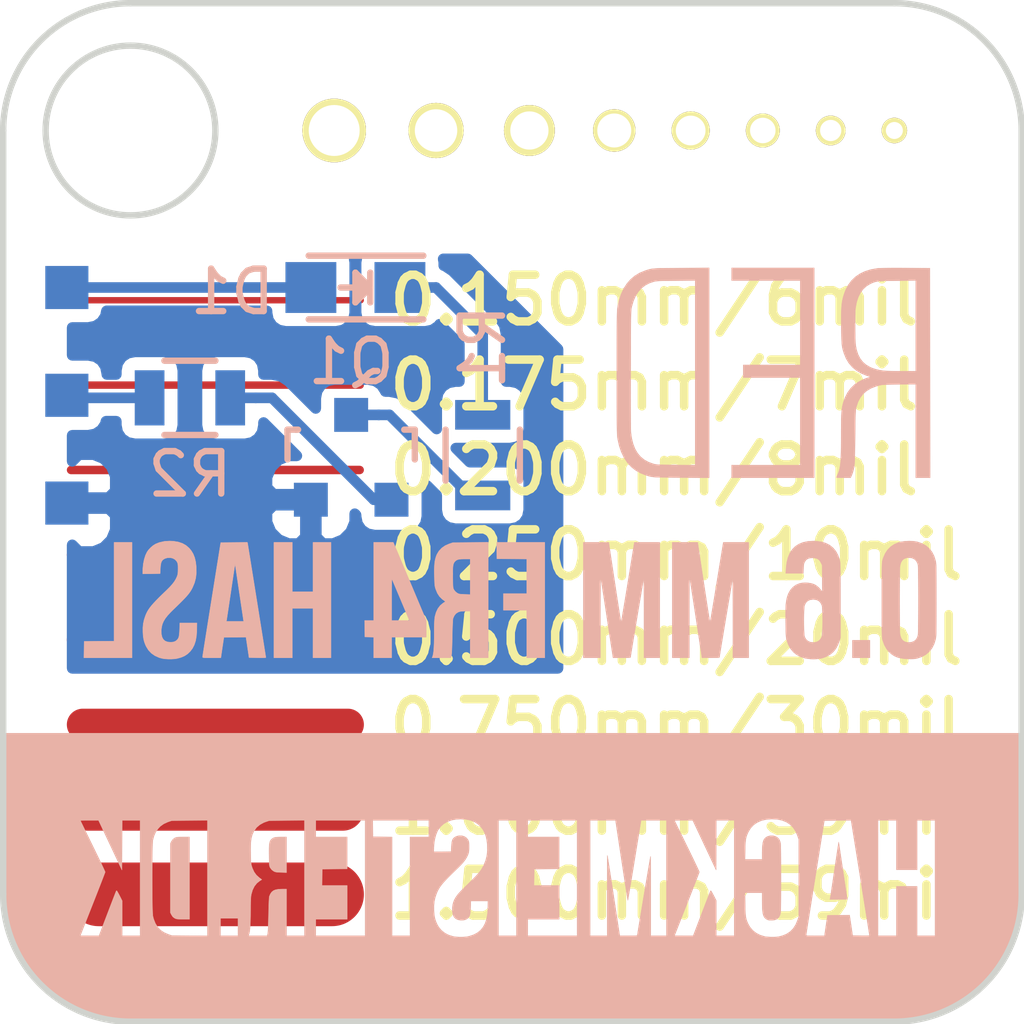
<source format=kicad_pcb>
(kicad_pcb (version 4) (host pcbnew "(2016-05-05 BZR 6775)-product")

  (general
    (links 0)
    (no_connects 0)
    (area 84.439267 87.8041 114.75121 112.173208)
    (thickness 1.6)
    (drawings 21)
    (tracks 17)
    (zones 0)
    (modules 24)
    (nets 7)
  )

  (page A4)
  (layers
    (0 F.Cu signal)
    (31 B.Cu signal)
    (32 B.Adhes user)
    (33 F.Adhes user)
    (34 B.Paste user)
    (35 F.Paste user)
    (36 B.SilkS user)
    (37 F.SilkS user)
    (38 B.Mask user)
    (39 F.Mask user)
    (40 Dwgs.User user hide)
    (41 Cmts.User user)
    (42 Eco1.User user)
    (43 Eco2.User user)
    (44 Edge.Cuts user)
    (45 Margin user)
    (46 B.CrtYd user)
    (47 F.CrtYd user)
    (48 B.Fab user)
    (49 F.Fab user)
  )

  (setup
    (last_trace_width 0.25)
    (user_trace_width 0.1524)
    (user_trace_width 0.1778)
    (user_trace_width 0.2032)
    (user_trace_width 0.254)
    (user_trace_width 0.508)
    (user_trace_width 0.762)
    (user_trace_width 0.9906)
    (user_trace_width 1.4986)
    (trace_clearance 0.1524)
    (zone_clearance 0.3)
    (zone_45_only no)
    (trace_min 0.1524)
    (segment_width 0.2)
    (edge_width 0.15)
    (via_size 0.6)
    (via_drill 0.4)
    (via_min_size 0.4)
    (via_min_drill 0.3)
    (uvia_size 0.3)
    (uvia_drill 0.1)
    (uvias_allowed no)
    (uvia_min_size 0.2)
    (uvia_min_drill 0.1)
    (pcb_text_width 0.3)
    (pcb_text_size 1.5 1.5)
    (mod_edge_width 0.15)
    (mod_text_size 1 1)
    (mod_text_width 0.15)
    (pad_size 0.6 0.6)
    (pad_drill 0.4)
    (pad_to_mask_clearance 0.2)
    (aux_axis_origin 0 0)
    (visible_elements FFFFFF7F)
    (pcbplotparams
      (layerselection 0x00030_ffffffff)
      (usegerberextensions false)
      (excludeedgelayer true)
      (linewidth 0.100000)
      (plotframeref false)
      (viasonmask false)
      (mode 1)
      (useauxorigin false)
      (hpglpennumber 1)
      (hpglpenspeed 20)
      (hpglpendiameter 15)
      (psnegative false)
      (psa4output false)
      (plotreference true)
      (plotvalue true)
      (plotinvisibletext false)
      (padsonsilk false)
      (subtractmaskfromsilk false)
      (outputformat 1)
      (mirror false)
      (drillshape 1)
      (scaleselection 1)
      (outputdirectory ""))
  )

  (net 0 "")
  (net 1 VCC)
  (net 2 "Net-(D1-Pad1)")
  (net 3 "Net-(P1-Pad1)")
  (net 4 GND)
  (net 5 "Net-(Q1-Pad1)")
  (net 6 "Net-(Q1-Pad3)")

  (net_class Default "This is the default net class."
    (clearance 0.1524)
    (trace_width 0.25)
    (via_dia 0.6)
    (via_drill 0.4)
    (uvia_dia 0.3)
    (uvia_drill 0.1)
    (add_net GND)
    (add_net "Net-(D1-Pad1)")
    (add_net "Net-(P1-Pad1)")
    (add_net "Net-(Q1-Pad1)")
    (add_net "Net-(Q1-Pad3)")
    (add_net VCC)
  )

  (module Connectors:PTH_Proto_pad (layer F.Cu) (tedit 57AE2A97) (tstamp 57B91ABD)
    (at 109 91)
    (fp_text reference REF** (at 0 2.286) (layer F.SilkS) hide
      (effects (font (size 1 1) (thickness 0.15)))
    )
    (fp_text value PTH_Proto_pad (at 0 -2.286) (layer F.Fab) hide
      (effects (font (size 1 1) (thickness 0.15)))
    )
    (pad 1 thru_hole circle (at 0 0) (size 0.6 0.6) (drill 0.4) (layers *.Cu *.Mask F.SilkS))
  )

  (module Connectors:PTH_Proto_pad (layer F.Cu) (tedit 57AE2A8C) (tstamp 57B91AB9)
    (at 107.5 91)
    (fp_text reference REF** (at 0 2.286) (layer F.SilkS) hide
      (effects (font (size 1 1) (thickness 0.15)))
    )
    (fp_text value PTH_Proto_pad (at 0 -2.286) (layer F.Fab) hide
      (effects (font (size 1 1) (thickness 0.15)))
    )
    (pad 1 thru_hole circle (at 0 0) (size 0.7 0.7) (drill 0.5) (layers *.Cu *.Mask F.SilkS))
  )

  (module Connectors:PTH_Proto_pad (layer F.Cu) (tedit 57AE2A6D) (tstamp 57B91AB5)
    (at 105.9 91)
    (fp_text reference REF** (at 0 2.286) (layer F.SilkS) hide
      (effects (font (size 1 1) (thickness 0.15)))
    )
    (fp_text value PTH_Proto_pad (at 0 -2.286) (layer F.Fab) hide
      (effects (font (size 1 1) (thickness 0.15)))
    )
    (pad 1 thru_hole circle (at 0 0) (size 0.8 0.8) (drill 0.6) (layers *.Cu *.Mask F.SilkS))
  )

  (module Connectors:PTH_Proto_pad (layer F.Cu) (tedit 57AE2A5F) (tstamp 57B91AB1)
    (at 104.2 91)
    (fp_text reference REF** (at 0 2.286) (layer F.SilkS) hide
      (effects (font (size 1 1) (thickness 0.15)))
    )
    (fp_text value PTH_Proto_pad (at 0 -2.286) (layer F.Fab) hide
      (effects (font (size 1 1) (thickness 0.15)))
    )
    (pad 1 thru_hole circle (at 0 0) (size 0.9 0.9) (drill 0.7) (layers *.Cu *.Mask F.SilkS))
  )

  (module Connectors:PTH_Proto_pad (layer F.Cu) (tedit 57AE2A53) (tstamp 57B91AAD)
    (at 102.4 91)
    (fp_text reference REF** (at 0 2.286) (layer F.SilkS) hide
      (effects (font (size 1 1) (thickness 0.15)))
    )
    (fp_text value PTH_Proto_pad (at 0 -2.286) (layer F.Fab) hide
      (effects (font (size 1 1) (thickness 0.15)))
    )
    (pad 1 thru_hole circle (at 0 0) (size 1 1) (drill 0.8) (layers *.Cu *.Mask F.SilkS))
  )

  (module Connectors:PTH_Proto_pad (layer F.Cu) (tedit 57AE2A42) (tstamp 57B91AA9)
    (at 100.4 91)
    (fp_text reference REF** (at 0 2.286) (layer F.SilkS) hide
      (effects (font (size 1 1) (thickness 0.15)))
    )
    (fp_text value PTH_Proto_pad (at 0 -2.286) (layer F.Fab) hide
      (effects (font (size 1 1) (thickness 0.15)))
    )
    (pad 1 thru_hole circle (at 0 0) (size 1.2 1.2) (drill 0.9) (layers *.Cu *.Mask F.SilkS))
  )

  (module Connectors:PTH_Proto_pad (layer F.Cu) (tedit 57AE2A24) (tstamp 57B91AA5)
    (at 98.2 91)
    (fp_text reference REF** (at 0 2.286) (layer F.SilkS) hide
      (effects (font (size 1 1) (thickness 0.15)))
    )
    (fp_text value PTH_Proto_pad (at 0 -2.286) (layer F.Fab) hide
      (effects (font (size 1 1) (thickness 0.15)))
    )
    (pad 1 thru_hole circle (at 0 0) (size 1.3 1.3) (drill 1) (layers *.Cu *.Mask F.SilkS))
  )

  (module Aesthetics:Sample-Red-0.6mm-fr4-hasl (layer B.Cu) (tedit 0) (tstamp 579D9F87)
    (at 100 102.6 180)
    (fp_text reference G*** (at 0 0 180) (layer B.SilkS) hide
      (effects (font (thickness 0.3)) (justify mirror))
    )
    (fp_text value LOGO (at 0.75 0 180) (layer B.SilkS) hide
      (effects (font (thickness 0.3)) (justify mirror))
    )
    (fp_poly (pts (xy 11.998814 -4.654021) (xy 11.995513 -6.704542) (xy 11.97155 -6.851722) (xy 11.919813 -7.107122)
      (xy 11.849344 -7.353246) (xy 11.760306 -7.589667) (xy 11.652866 -7.815957) (xy 11.52719 -8.03169)
      (xy 11.495318 -8.080375) (xy 11.406374 -8.207559) (xy 11.316975 -8.322725) (xy 11.221581 -8.432501)
      (xy 11.114655 -8.543515) (xy 11.079471 -8.57808) (xy 10.893922 -8.744788) (xy 10.699112 -8.893142)
      (xy 10.49433 -9.023501) (xy 10.278868 -9.136223) (xy 10.052017 -9.231665) (xy 9.813068 -9.310185)
      (xy 9.561311 -9.372142) (xy 9.471059 -9.389794) (xy 9.339791 -9.413844) (xy 0.037041 -9.415441)
      (xy -0.505386 -9.41553) (xy -1.027039 -9.415608) (xy -1.528311 -9.415674) (xy -2.009595 -9.415727)
      (xy -2.471284 -9.415768) (xy -2.913772 -9.415794) (xy -3.33745 -9.415807) (xy -3.742712 -9.415804)
      (xy -4.12995 -9.415787) (xy -4.499559 -9.415753) (xy -4.85193 -9.415704) (xy -5.187456 -9.415637)
      (xy -5.506531 -9.415553) (xy -5.809547 -9.41545) (xy -6.096897 -9.415329) (xy -6.368974 -9.415189)
      (xy -6.626172 -9.41503) (xy -6.868882 -9.41485) (xy -7.097499 -9.414649) (xy -7.312414 -9.414427)
      (xy -7.514021 -9.414183) (xy -7.702713 -9.413916) (xy -7.878883 -9.413627) (xy -8.042923 -9.413314)
      (xy -8.195226 -9.412977) (xy -8.336186 -9.412616) (xy -8.466195 -9.412229) (xy -8.585647 -9.411816)
      (xy -8.694933 -9.411378) (xy -8.794448 -9.410912) (xy -8.884584 -9.410419) (xy -8.965733 -9.409898)
      (xy -9.038289 -9.409349) (xy -9.102646 -9.40877) (xy -9.159195 -9.408162) (xy -9.208329 -9.407524)
      (xy -9.250442 -9.406855) (xy -9.285926 -9.406155) (xy -9.315175 -9.405424) (xy -9.338581 -9.40466)
      (xy -9.356538 -9.403863) (xy -9.369437 -9.403032) (xy -9.376834 -9.402285) (xy -9.612579 -9.362104)
      (xy -9.838923 -9.304953) (xy -10.059714 -9.22964) (xy -10.2788 -9.134971) (xy -10.345256 -9.102373)
      (xy -10.566048 -8.979516) (xy -10.773866 -8.840306) (xy -10.968019 -8.685628) (xy -11.14782 -8.516366)
      (xy -11.312579 -8.333403) (xy -11.461607 -8.137623) (xy -11.594216 -7.929911) (xy -11.709717 -7.711149)
      (xy -11.80742 -7.482222) (xy -11.886637 -7.244014) (xy -11.931982 -7.06662) (xy -11.9394 -7.034022)
      (xy -11.946215 -7.004499) (xy -11.952455 -6.977086) (xy -11.958147 -6.950824) (xy -11.963316 -6.924751)
      (xy -11.967991 -6.897904) (xy -11.972196 -6.869322) (xy -11.97596 -6.838044) (xy -11.979309 -6.803108)
      (xy -11.982269 -6.763552) (xy -11.984868 -6.718414) (xy -11.987131 -6.666734) (xy -11.989086 -6.607548)
      (xy -11.99076 -6.539896) (xy -11.992178 -6.462816) (xy -11.993369 -6.375347) (xy -11.994358 -6.276526)
      (xy -11.995172 -6.165392) (xy -11.995837 -6.040983) (xy -11.996382 -5.902338) (xy -11.996832 -5.748496)
      (xy -11.997213 -5.578493) (xy -11.997554 -5.391369) (xy -11.997879 -5.186163) (xy -11.998217 -4.961912)
      (xy -11.998594 -4.717654) (xy -11.998679 -4.664604) (xy -11.998691 -4.656667) (xy -9.958917 -4.656667)
      (xy -9.958917 -7.376584) (xy -9.535584 -7.376584) (xy -9.535584 -6.212417) (xy -9.04875 -6.212417)
      (xy -9.04875 -7.376584) (xy -8.614834 -7.376584) (xy -8.614834 -7.370588) (xy -8.41375 -7.370588)
      (xy -8.403715 -7.372469) (xy -8.375794 -7.37383) (xy -8.33326 -7.37461) (xy -8.279389 -7.374752)
      (xy -8.217455 -7.374195) (xy -8.215771 -7.374171) (xy -8.017791 -7.371292) (xy -7.999714 -7.249584)
      (xy -7.989962 -7.184092) (xy -7.978904 -7.110087) (xy -7.968299 -7.039331) (xy -7.963684 -7.00863)
      (xy -7.945731 -6.889386) (xy -7.685035 -6.892214) (xy -7.42434 -6.895042) (xy -7.401213 -7.0485)
      (xy -7.391642 -7.112365) (xy -7.381971 -7.177508) (xy -7.373238 -7.236898) (xy -7.366481 -7.283508)
      (xy -7.365658 -7.289271) (xy -7.353231 -7.376584) (xy -7.137366 -7.376584) (xy -7.064413 -7.376459)
      (xy -7.009959 -7.375934) (xy -6.971338 -7.374778) (xy -6.945884 -7.372762) (xy -6.93093 -7.369658)
      (xy -6.923809 -7.365236) (xy -6.921855 -7.359266) (xy -6.921845 -7.358063) (xy -6.923533 -7.345496)
      (xy -6.928376 -7.313288) (xy -6.936176 -7.2627) (xy -6.946733 -7.194989) (xy -6.959849 -7.111414)
      (xy -6.975324 -7.013235) (xy -6.99296 -6.901709) (xy -7.012556 -6.778097) (xy -7.033915 -6.643657)
      (xy -7.056836 -6.499647) (xy -7.081121 -6.347327) (xy -7.106571 -6.187955) (xy -7.132987 -6.022791)
      (xy -7.136515 -6.00075) (xy -7.279681 -5.106459) (xy -6.746875 -5.106459) (xy -6.746875 -6.926792)
      (xy -6.717885 -7.012288) (xy -6.673393 -7.1171) (xy -6.616353 -7.205089) (xy -6.54602 -7.276901)
      (xy -6.461648 -7.333184) (xy -6.36249 -7.374587) (xy -6.275121 -7.396827) (xy -6.224164 -7.403283)
      (xy -6.159867 -7.406326) (xy -6.089764 -7.406056) (xy -6.021387 -7.402573) (xy -5.962271 -7.395976)
      (xy -5.942542 -7.392412) (xy -5.838681 -7.36096) (xy -5.745766 -7.313192) (xy -5.6657 -7.250522)
      (xy -5.600389 -7.174367) (xy -5.562619 -7.110042) (xy -5.541848 -7.066116) (xy -5.52537 -7.026715)
      (xy -5.512636 -6.988486) (xy -5.503099 -6.948072) (xy -5.496212 -6.902116) (xy -5.491427 -6.847263)
      (xy -5.488196 -6.780157) (xy -5.485972 -6.697441) (xy -5.484797 -6.633104) (xy -5.480325 -6.360584)
      (xy -5.884334 -6.360584) (xy -5.884543 -6.553729) (xy -5.885594 -6.657013) (xy -5.888872 -6.741541)
      (xy -5.894939 -6.809657) (xy -5.904355 -6.863706) (xy -5.917679 -6.906034) (xy -5.935472 -6.938984)
      (xy -5.958294 -6.964901) (xy -5.986705 -6.98613) (xy -5.988055 -6.98697) (xy -6.014592 -7.000494)
      (xy -6.043987 -7.007972) (xy -6.083674 -7.010922) (xy -6.106606 -7.011177) (xy -6.177296 -7.004394)
      (xy -6.232802 -6.983338) (xy -6.274471 -6.946959) (xy -6.303646 -6.894206) (xy -6.317456 -6.846509)
      (xy -6.320005 -6.823326) (xy -6.322234 -6.779105) (xy -6.324142 -6.713971) (xy -6.325728 -6.628052)
      (xy -6.32699 -6.521473) (xy -6.327926 -6.394361) (xy -6.328535 -6.246842) (xy -6.328814 -6.079041)
      (xy -6.328834 -6.016625) (xy -6.328668 -5.841874) (xy -6.328173 -5.687361) (xy -6.327349 -5.553211)
      (xy -6.326199 -5.439552) (xy -6.324724 -5.346508) (xy -6.322927 -5.274207) (xy -6.320808 -5.222775)
      (xy -6.318369 -5.192338) (xy -6.317456 -5.186741) (xy -6.305782 -5.147368) (xy -6.289724 -5.11044)
      (xy -6.282975 -5.098908) (xy -6.244594 -5.058883) (xy -6.194542 -5.032112) (xy -6.137498 -5.018611)
      (xy -6.078146 -5.018395) (xy -6.021166 -5.031481) (xy -5.97124 -5.057885) (xy -5.933049 -5.097622)
      (xy -5.932987 -5.097715) (xy -5.91528 -5.132963) (xy -5.901915 -5.179799) (xy -5.892566 -5.24046)
      (xy -5.886911 -5.317187) (xy -5.884623 -5.412218) (xy -5.884543 -5.431896) (xy -5.884334 -5.577417)
      (xy -5.480062 -5.577417) (xy -5.484842 -5.352521) (xy -5.48726 -5.263081) (xy -5.490765 -5.19087)
      (xy -5.496072 -5.131952) (xy -5.503892 -5.082392) (xy -5.514938 -5.038256) (xy -5.529924 -4.995607)
      (xy -5.549561 -4.950512) (xy -5.562619 -4.923208) (xy -5.616396 -4.836083) (xy -5.685232 -4.763502)
      (xy -5.768496 -4.705802) (xy -5.865554 -4.663321) (xy -5.892795 -4.656667) (xy -5.228167 -4.656667)
      (xy -5.228167 -7.376584) (xy -4.804834 -7.376584) (xy -4.804834 -6.550555) (xy -4.766501 -6.47409)
      (xy -4.744025 -6.430233) (xy -4.721026 -6.386928) (xy -4.702258 -6.353112) (xy -4.701286 -6.351435)
      (xy -4.685215 -6.324691) (xy -4.675739 -6.314139) (xy -4.668877 -6.317636) (xy -4.662022 -6.330268)
      (xy -4.655927 -6.344806) (xy -4.643069 -6.377163) (xy -4.624209 -6.425373) (xy -4.600107 -6.487471)
      (xy -4.571523 -6.561491) (xy -4.539218 -6.645467) (xy -4.503952 -6.737433) (xy -4.466485 -6.835425)
      (xy -4.454839 -6.865938) (xy -4.260038 -7.376584) (xy -4.040311 -7.376584) (xy -3.9747 -7.376385)
      (xy -3.916903 -7.375829) (xy -3.870029 -7.374978) (xy -3.837187 -7.373894) (xy -3.821487 -7.372636)
      (xy -3.820584 -7.372243) (xy -3.824372 -7.361943) (xy -3.835335 -7.33349) (xy -3.852872 -7.288415)
      (xy -3.876382 -7.228252) (xy -3.905264 -7.154534) (xy -3.938917 -7.068792) (xy -3.976739 -6.97256)
      (xy -4.01813 -6.867371) (xy -4.062488 -6.754756) (xy -4.109212 -6.63625) (xy -4.112166 -6.628763)
      (xy -4.159102 -6.509611) (xy -4.203727 -6.395993) (xy -4.245434 -6.289471) (xy -4.283618 -6.19161)
      (xy -4.317672 -6.103973) (xy -4.34699 -6.028125) (xy -4.370967 -5.965629) (xy -4.388995 -5.918049)
      (xy -4.40047 -5.886949) (xy -4.404784 -5.873891) (xy -4.4048 -5.87375) (xy -4.400437 -5.861685)
      (xy -4.387493 -5.8323) (xy -4.36676 -5.787253) (xy -4.339027 -5.728205) (xy -4.305083 -5.656814)
      (xy -4.265719 -5.574741) (xy -4.221724 -5.483644) (xy -4.173889 -5.385183) (xy -4.123001 -5.281017)
      (xy -4.113219 -5.261056) (xy -4.061919 -5.156374) (xy -4.013482 -5.057418) (xy -3.968694 -4.965806)
      (xy -3.928345 -4.883156) (xy -3.893223 -4.811087) (xy -3.864117 -4.751216) (xy -3.841814 -4.705162)
      (xy -3.827104 -4.674543) (xy -3.820775 -4.660978) (xy -3.820584 -4.660452) (xy -3.830642 -4.65931)
      (xy -3.858719 -4.65831) (xy -3.901664 -4.657507) (xy -3.95633 -4.656956) (xy -4.019568 -4.656712)
      (xy -4.034896 -4.656705) (xy -4.249209 -4.656743) (xy -4.524375 -5.240996) (xy -4.799542 -5.825249)
      (xy -4.802278 -5.240958) (xy -4.805013 -4.656667) (xy -3.630084 -4.656667) (xy -3.630084 -7.376584)
      (xy -3.259667 -7.376584) (xy -3.259667 -6.438195) (xy -3.259611 -6.299416) (xy -3.259447 -6.166944)
      (xy -3.259185 -6.042273) (xy -3.258831 -5.926897) (xy -3.258395 -5.82231) (xy -3.257884 -5.730005)
      (xy -3.257308 -5.651476) (xy -3.256673 -5.588218) (xy -3.255988 -5.541723) (xy -3.255262 -5.513486)
      (xy -3.254543 -5.50493) (xy -3.252284 -5.515649) (xy -3.246871 -5.545439) (xy -3.238607 -5.592488)
      (xy -3.227795 -5.654985) (xy -3.214739 -5.73112) (xy -3.199743 -5.819079) (xy -3.18311 -5.917053)
      (xy -3.165145 -6.02323) (xy -3.146149 -6.135798) (xy -3.126428 -6.252947) (xy -3.106286 -6.372864)
      (xy -3.086024 -6.493738) (xy -3.065948 -6.613759) (xy -3.046361 -6.731114) (xy -3.027566 -6.843993)
      (xy -3.009867 -6.950584) (xy -2.993568 -7.049076) (xy -2.978972 -7.137657) (xy -2.966383 -7.214516)
      (xy -2.956106 -7.277842) (xy -2.948442 -7.325823) (xy -2.943696 -7.356648) (xy -2.942167 -7.368381)
      (xy -2.93212 -7.370907) (xy -2.904118 -7.373117) (xy -2.861376 -7.374885) (xy -2.807104 -7.37608)
      (xy -2.744515 -7.376577) (xy -2.736272 -7.376584) (xy -2.530376 -7.376584) (xy -2.52438 -7.342188)
      (xy -2.521918 -7.326727) (xy -2.516526 -7.291917) (xy -2.508444 -7.239337) (xy -2.497914 -7.170567)
      (xy -2.485177 -7.087184) (xy -2.470473 -6.990767) (xy -2.454043 -6.882896) (xy -2.436128 -6.76515)
      (xy -2.416968 -6.639107) (xy -2.396806 -6.506346) (xy -2.380336 -6.397817) (xy -2.35964 -6.261686)
      (xy -2.339781 -6.131618) (xy -2.320994 -6.009125) (xy -2.303515 -5.895721) (xy -2.28758 -5.792918)
      (xy -2.273426 -5.702228) (xy -2.261287 -5.625165) (xy -2.2514 -5.563241) (xy -2.244002 -5.517969)
      (xy -2.239327 -5.490861) (xy -2.237686 -5.483241) (xy -2.237009 -5.492887) (xy -2.236361 -5.522213)
      (xy -2.235752 -5.569732) (xy -2.235186 -5.633957) (xy -2.234673 -5.713403) (xy -2.234218 -5.806582)
      (xy -2.23383 -5.912008) (xy -2.233515 -6.028194) (xy -2.233281 -6.153653) (xy -2.233135 -6.286899)
      (xy -2.233084 -6.426445) (xy -2.233084 -7.376584) (xy -1.830917 -7.376584) (xy -1.830917 -4.656667)
      (xy -1.524 -4.656667) (xy -1.524 -7.376584) (xy -0.359834 -7.376584) (xy -0.359834 -6.985)
      (xy -1.100667 -6.985) (xy -1.100667 -6.19125) (xy -0.507523 -6.19125) (xy -0.510408 -5.998104)
      (xy -0.513292 -5.804959) (xy -0.80698 -5.802145) (xy -1.100667 -5.799332) (xy -1.100667 -5.04825)
      (xy -0.359834 -5.04825) (xy -0.359834 -4.656667) (xy -0.09525 -4.656667) (xy -0.09525 -7.376584)
      (xy 0.328083 -7.376584) (xy 0.328083 -6.556375) (xy 0.576791 -6.556375) (xy 0.579046 -6.715125)
      (xy 0.587322 -6.853269) (xy 0.608261 -6.974757) (xy 0.642278 -7.080196) (xy 0.689789 -7.170193)
      (xy 0.75121 -7.245356) (xy 0.826955 -7.306292) (xy 0.91744 -7.353608) (xy 1.023081 -7.387911)
      (xy 1.042458 -7.392466) (xy 1.102379 -7.401574) (xy 1.175003 -7.406156) (xy 1.252353 -7.406214)
      (xy 1.326455 -7.401751) (xy 1.389336 -7.392769) (xy 1.391404 -7.392337) (xy 1.439248 -7.377901)
      (xy 7.186083 -7.377901) (xy 7.60677 -7.374306) (xy 8.027458 -7.37071) (xy 8.112125 -7.341829)
      (xy 8.209835 -7.299093) (xy 8.292371 -7.242409) (xy 8.360284 -7.171121) (xy 8.414124 -7.08457)
      (xy 8.454442 -6.982098) (xy 8.472754 -6.910917) (xy 8.475758 -6.885911) (xy 8.478454 -6.841803)
      (xy 8.480843 -6.780656) (xy 8.482924 -6.704533) (xy 8.484697 -6.615496) (xy 8.486162 -6.515607)
      (xy 8.48732 -6.40693) (xy 8.48817 -6.291527) (xy 8.488712 -6.171461) (xy 8.488946 -6.048794)
      (xy 8.488872 -5.925589) (xy 8.488491 -5.803909) (xy 8.487802 -5.685816) (xy 8.486805 -5.573372)
      (xy 8.4855 -5.468642) (xy 8.483887 -5.373686) (xy 8.481967 -5.290568) (xy 8.479739 -5.221351)
      (xy 8.477203 -5.168097) (xy 8.474359 -5.132869) (xy 8.472754 -5.122334) (xy 8.445313 -5.022146)
      (xy 8.408411 -4.937104) (xy 8.362424 -4.865648) (xy 8.296123 -4.794326) (xy 8.216529 -4.737823)
      (xy 8.12162 -4.694735) (xy 8.112125 -4.691422) (xy 8.027458 -4.66254) (xy 7.60677 -4.658945)
      (xy 7.340273 -4.656667) (xy 8.773583 -4.656667) (xy 8.773583 -7.376584) (xy 9.196916 -7.376584)
      (xy 9.196916 -6.550555) (xy 9.235249 -6.47409) (xy 9.257725 -6.430233) (xy 9.280724 -6.386928)
      (xy 9.299492 -6.353112) (xy 9.300464 -6.351435) (xy 9.316535 -6.324691) (xy 9.326011 -6.314139)
      (xy 9.332873 -6.317636) (xy 9.339728 -6.330268) (xy 9.345823 -6.344806) (xy 9.358681 -6.377163)
      (xy 9.377541 -6.425373) (xy 9.401643 -6.487471) (xy 9.430227 -6.561491) (xy 9.462532 -6.645467)
      (xy 9.497798 -6.737433) (xy 9.535265 -6.835425) (xy 9.546911 -6.865938) (xy 9.741712 -7.376584)
      (xy 9.961439 -7.376584) (xy 10.02705 -7.376385) (xy 10.084847 -7.375829) (xy 10.131721 -7.374978)
      (xy 10.164563 -7.373894) (xy 10.180263 -7.372636) (xy 10.181166 -7.372243) (xy 10.177378 -7.361943)
      (xy 10.166415 -7.33349) (xy 10.148878 -7.288415) (xy 10.125368 -7.228252) (xy 10.096486 -7.154534)
      (xy 10.062833 -7.068792) (xy 10.025011 -6.97256) (xy 9.98362 -6.867371) (xy 9.939262 -6.754756)
      (xy 9.892538 -6.63625) (xy 9.889584 -6.628763) (xy 9.842648 -6.509611) (xy 9.798023 -6.395993)
      (xy 9.756316 -6.289471) (xy 9.718132 -6.19161) (xy 9.684078 -6.103973) (xy 9.65476 -6.028125)
      (xy 9.630783 -5.965629) (xy 9.612755 -5.918049) (xy 9.60128 -5.886949) (xy 9.596966 -5.873891)
      (xy 9.59695 -5.87375) (xy 9.601313 -5.861685) (xy 9.614257 -5.8323) (xy 9.63499 -5.787253)
      (xy 9.662723 -5.728205) (xy 9.696667 -5.656814) (xy 9.736031 -5.574741) (xy 9.780026 -5.483644)
      (xy 9.827861 -5.385183) (xy 9.878749 -5.281017) (xy 9.888531 -5.261056) (xy 9.939831 -5.156374)
      (xy 9.988268 -5.057418) (xy 10.033056 -4.965806) (xy 10.073405 -4.883156) (xy 10.108527 -4.811087)
      (xy 10.137633 -4.751216) (xy 10.159936 -4.705162) (xy 10.174646 -4.674543) (xy 10.180975 -4.660978)
      (xy 10.181166 -4.660452) (xy 10.171108 -4.65931) (xy 10.143031 -4.65831) (xy 10.100086 -4.657507)
      (xy 10.04542 -4.656956) (xy 9.982182 -4.656712) (xy 9.966854 -4.656705) (xy 9.752541 -4.656743)
      (xy 9.477375 -5.240996) (xy 9.202208 -5.825249) (xy 9.199472 -5.240958) (xy 9.196737 -4.656667)
      (xy 8.773583 -4.656667) (xy 7.340273 -4.656667) (xy 7.186083 -4.655349) (xy 7.186083 -7.377901)
      (xy 1.439248 -7.377901) (xy 1.497383 -7.36036) (xy 1.5909 -7.312399) (xy 1.67073 -7.249362)
      (xy 1.735649 -7.17216) (xy 1.771631 -7.110042) (xy 1.801484 -7.042762) (xy 1.822771 -6.97844)
      (xy 1.836996 -6.910525) (xy 1.845666 -6.832467) (xy 1.849029 -6.773334) (xy 1.84954 -6.666007)
      (xy 1.840618 -6.57076) (xy 1.821131 -6.480201) (xy 1.789947 -6.386941) (xy 1.789833 -6.386644)
      (xy 1.77023 -6.339317) (xy 1.748296 -6.294307) (xy 1.722563 -6.249843) (xy 1.691563 -6.20415)
      (xy 1.653828 -6.155458) (xy 1.607889 -6.101991) (xy 1.55228 -6.041978) (xy 1.485532 -5.973646)
      (xy 1.406177 -5.895222) (xy 1.312747 -5.804932) (xy 1.290672 -5.783792) (xy 1.215576 -5.709031)
      (xy 1.155891 -5.642569) (xy 1.109217 -5.581265) (xy 1.073156 -5.521977) (xy 1.046076 -5.463493)
      (xy 1.034863 -5.431829) (xy 1.027621 -5.400249) (xy 1.023538 -5.362714) (xy 1.021803 -5.313186)
      (xy 1.02156 -5.281084) (xy 1.021856 -5.226849) (xy 1.023568 -5.188503) (xy 1.027512 -5.160777)
      (xy 1.034503 -5.1384) (xy 1.045356 -5.116103) (xy 1.04775 -5.11175) (xy 1.083759 -5.067515)
      (xy 1.132964 -5.036073) (xy 1.190842 -5.018641) (xy 1.252869 -5.016432) (xy 1.314521 -5.030662)
      (xy 1.328208 -5.036405) (xy 1.365805 -5.057158) (xy 1.393627 -5.082245) (xy 1.413295 -5.115182)
      (xy 1.42643 -5.159482) (xy 1.434653 -5.218662) (xy 1.438616 -5.275792) (xy 1.444625 -5.392209)
      (xy 1.852083 -5.397957) (xy 1.852083 -5.326014) (xy 1.846366 -5.214463) (xy 1.829964 -5.105909)
      (xy 1.803997 -5.005268) (xy 1.769586 -4.917455) (xy 1.750908 -4.882174) (xy 1.693273 -4.80436)
      (xy 1.619935 -4.739507) (xy 1.532504 -4.688399) (xy 1.445832 -4.656667) (xy 1.9685 -4.656667)
      (xy 1.9685 -5.04825) (xy 2.413 -5.04825) (xy 2.413 -7.376584) (xy 2.836333 -7.376584)
      (xy 2.836333 -5.048671) (xy 3.286125 -5.042959) (xy 3.289009 -4.849813) (xy 3.291894 -4.656667)
      (xy 3.471333 -4.656667) (xy 3.471333 -7.376584) (xy 4.6355 -7.376584) (xy 4.900083 -7.376584)
      (xy 5.323416 -7.376584) (xy 5.323416 -6.275917) (xy 5.426604 -6.275976) (xy 5.511488 -6.279584)
      (xy 5.57896 -6.291338) (xy 5.631726 -6.312798) (xy 5.672488 -6.34552) (xy 5.703951 -6.391063)
      (xy 5.728464 -6.449924) (xy 5.731135 -6.467732) (xy 5.733967 -6.504214) (xy 5.736853 -6.556878)
      (xy 5.739688 -6.623231) (xy 5.742366 -6.700783) (xy 5.744781 -6.787042) (xy 5.746828 -6.879516)
      (xy 5.746922 -6.884459) (xy 5.749676 -7.011034) (xy 5.752738 -7.116631) (xy 5.756116 -7.201434)
      (xy 5.759819 -7.265629) (xy 5.763856 -7.309402) (xy 5.767815 -7.331604) (xy 5.781074 -7.376584)
      (xy 6.220524 -7.376584) (xy 6.205005 -7.331604) (xy 6.19458 -7.288814) (xy 6.186035 -7.226182)
      (xy 6.179354 -7.143463) (xy 6.174523 -7.040411) (xy 6.172667 -6.963834) (xy 6.466416 -6.963834)
      (xy 6.466416 -7.376584) (xy 6.879166 -7.376584) (xy 6.879166 -6.963834) (xy 6.466416 -6.963834)
      (xy 6.172667 -6.963834) (xy 6.171526 -6.916779) (xy 6.170349 -6.772323) (xy 6.170333 -6.760796)
      (xy 6.169885 -6.663256) (xy 6.168648 -6.584186) (xy 6.166499 -6.520898) (xy 6.163315 -6.470706)
      (xy 6.158973 -6.430924) (xy 6.153818 -6.401062) (xy 6.123408 -6.296604) (xy 6.079567 -6.208451)
      (xy 6.022316 -6.13664) (xy 5.959007 -6.085796) (xy 5.905857 -6.05169) (xy 5.968591 -6.005507)
      (xy 6.034034 -5.946303) (xy 6.086221 -5.873932) (xy 6.126957 -5.785759) (xy 6.135009 -5.762625)
      (xy 6.144197 -5.733526) (xy 6.151223 -5.706839) (xy 6.156456 -5.67894) (xy 6.160263 -5.646204)
      (xy 6.163012 -5.605007) (xy 6.165071 -5.551723) (xy 6.166809 -5.482729) (xy 6.167681 -5.440767)
      (xy 6.168972 -5.338041) (xy 6.168119 -5.252921) (xy 6.164807 -5.181924) (xy 6.158722 -5.12157)
      (xy 6.149547 -5.068375) (xy 6.136969 -5.018858) (xy 6.126584 -4.986306) (xy 6.08565 -4.898256)
      (xy 6.027676 -4.822129) (xy 5.953807 -4.759014) (xy 5.865188 -4.710004) (xy 5.817243 -4.69164)
      (xy 5.730875 -4.662789) (xy 4.900083 -4.655143) (xy 4.900083 -7.376584) (xy 4.6355 -7.376584)
      (xy 4.6355 -6.985) (xy 3.894666 -6.985) (xy 3.894666 -6.19125) (xy 4.48781 -6.19125)
      (xy 4.484926 -5.998104) (xy 4.482041 -5.804959) (xy 4.188354 -5.802145) (xy 3.894666 -5.799332)
      (xy 3.894666 -5.04825) (xy 4.6355 -5.04825) (xy 4.6355 -4.656667) (xy 3.471333 -4.656667)
      (xy 3.291894 -4.656667) (xy 1.9685 -4.656667) (xy 1.445832 -4.656667) (xy 1.432592 -4.65182)
      (xy 1.321808 -4.630557) (xy 1.223327 -4.625101) (xy 1.098799 -4.632724) (xy 0.98885 -4.655295)
      (xy 0.892846 -4.693045) (xy 0.810153 -4.746205) (xy 0.757541 -4.795185) (xy 0.700644 -4.866504)
      (xy 0.656826 -4.944724) (xy 0.624834 -5.033147) (xy 0.603418 -5.135075) (xy 0.593007 -5.229233)
      (xy 0.589903 -5.36366) (xy 0.602489 -5.486932) (xy 0.631446 -5.602819) (xy 0.677452 -5.715089)
      (xy 0.682444 -5.725128) (xy 0.702947 -5.764038) (xy 0.724597 -5.800831) (xy 0.748981 -5.837317)
      (xy 0.777689 -5.875307) (xy 0.812307 -5.91661) (xy 0.854426 -5.963035) (xy 0.905632 -6.016392)
      (xy 0.967516 -6.078492) (xy 1.041665 -6.151143) (xy 1.129667 -6.236156) (xy 1.137999 -6.244167)
      (xy 1.219409 -6.325856) (xy 1.284287 -6.399341) (xy 1.334231 -6.467341) (xy 1.370842 -6.532573)
      (xy 1.395717 -6.597756) (xy 1.410457 -6.665605) (xy 1.415585 -6.71588) (xy 1.415348 -6.805138)
      (xy 1.402254 -6.877765) (xy 1.376008 -6.934162) (xy 1.33632 -6.974731) (xy 1.282895 -6.999871)
      (xy 1.215443 -7.009986) (xy 1.201208 -7.010243) (xy 1.140434 -7.006017) (xy 1.09362 -6.991945)
      (xy 1.055034 -6.965935) (xy 1.040517 -6.95161) (xy 1.02237 -6.928857) (xy 1.008872 -6.902701)
      (xy 0.999167 -6.86941) (xy 0.9924 -6.825254) (xy 0.987713 -6.766504) (xy 0.985017 -6.709834)
      (xy 0.978958 -6.556375) (xy 0.576791 -6.556375) (xy 0.328083 -6.556375) (xy 0.328083 -4.656667)
      (xy -0.09525 -4.656667) (xy -0.359834 -4.656667) (xy -1.524 -4.656667) (xy -1.830917 -4.656667)
      (xy -2.428875 -4.656673) (xy -2.571298 -5.598587) (xy -2.592291 -5.737015) (xy -2.612476 -5.869312)
      (xy -2.631621 -5.994004) (xy -2.649494 -6.109611) (xy -2.665861 -6.214657) (xy -2.68049 -6.307666)
      (xy -2.69315 -6.387159) (xy -2.703608 -6.451661) (xy -2.711631 -6.499694) (xy -2.716987 -6.52978)
      (xy -2.719444 -6.540444) (xy -2.719464 -6.540449) (xy -2.72197 -6.53024) (xy -2.727603 -6.500607)
      (xy -2.736115 -6.453026) (xy -2.747256 -6.388969) (xy -2.760777 -6.30991) (xy -2.776429 -6.217322)
      (xy -2.793963 -6.112679) (xy -2.813131 -5.997453) (xy -2.833683 -5.873118) (xy -2.855369 -5.741147)
      (xy -2.877942 -5.603014) (xy -2.878667 -5.598565) (xy -3.032125 -4.656731) (xy -3.331105 -4.656699)
      (xy -3.630084 -4.656667) (xy -4.805013 -4.656667) (xy -5.228167 -4.656667) (xy -5.892795 -4.656667)
      (xy -5.975776 -4.636398) (xy -6.098528 -4.62537) (xy -6.12037 -4.625101) (xy -6.246239 -4.633039)
      (xy -6.358673 -4.657316) (xy -6.457654 -4.69792) (xy -6.543164 -4.754839) (xy -6.615186 -4.828064)
      (xy -6.673704 -4.917581) (xy -6.717885 -5.020962) (xy -6.746875 -5.106459) (xy -7.279681 -5.106459)
      (xy -7.350841 -4.661959) (xy -7.978083 -4.656355) (xy -7.984281 -4.685615) (xy -7.986635 -4.699235)
      (xy -7.992049 -4.732068) (xy -8.00028 -4.782598) (xy -8.011087 -4.849312) (xy -8.024227 -4.930695)
      (xy -8.039458 -5.025233) (xy -8.056537 -5.131412) (xy -8.075223 -5.247717) (xy -8.095273 -5.372635)
      (xy -8.116446 -5.50465) (xy -8.138498 -5.642249) (xy -8.161188 -5.783917) (xy -8.184274 -5.928141)
      (xy -8.207512 -6.073405) (xy -8.230662 -6.218196) (xy -8.253481 -6.360999) (xy -8.275726 -6.500301)
      (xy -8.297155 -6.634586) (xy -8.317527 -6.76234) (xy -8.336599 -6.88205) (xy -8.354128 -6.992201)
      (xy -8.369873 -7.091278) (xy -8.383592 -7.177768) (xy -8.395041 -7.250156) (xy -8.40398 -7.306928)
      (xy -8.410165 -7.346569) (xy -8.413354 -7.367566) (xy -8.41375 -7.370588) (xy -8.614834 -7.370588)
      (xy -8.614834 -4.656667) (xy -9.04875 -4.656667) (xy -9.04875 -5.820834) (xy -9.535584 -5.820834)
      (xy -9.535584 -4.656667) (xy -9.958917 -4.656667) (xy -11.998691 -4.656667) (xy -12.002013 -2.6035)
      (xy 12.002114 -2.6035) (xy 11.998814 -4.654021)) (layer B.SilkS) (width 0.01))
    (fp_poly (pts (xy -9.25264 1.920663) (xy -9.163511 1.907876) (xy -9.099085 1.891512) (xy -8.998733 1.849218)
      (xy -8.912791 1.791844) (xy -8.840878 1.718975) (xy -8.782615 1.630195) (xy -8.737619 1.525087)
      (xy -8.724171 1.481666) (xy -8.720695 1.468278) (xy -8.717661 1.453454) (xy -8.715036 1.435748)
      (xy -8.712793 1.413711) (xy -8.710901 1.385897) (xy -8.709331 1.35086) (xy -8.708053 1.30715)
      (xy -8.707037 1.253323) (xy -8.706255 1.18793) (xy -8.705676 1.109524) (xy -8.70527 1.016658)
      (xy -8.705009 0.907885) (xy -8.704863 0.781758) (xy -8.704801 0.63683) (xy -8.704792 0.534458)
      (xy -8.704815 0.376849) (xy -8.704905 0.23896) (xy -8.70509 0.119343) (xy -8.7054 0.016552)
      (xy -8.705866 -0.070862) (xy -8.706516 -0.144344) (xy -8.70738 -0.205343) (xy -8.708488 -0.255305)
      (xy -8.709869 -0.295677) (xy -8.711553 -0.327907) (xy -8.71357 -0.353442) (xy -8.71595 -0.373728)
      (xy -8.718721 -0.390213) (xy -8.721913 -0.404345) (xy -8.724171 -0.41275) (xy -8.761755 -0.517784)
      (xy -8.810902 -0.608648) (xy -8.85866 -0.670475) (xy -8.924519 -0.732993) (xy -8.995966 -0.781108)
      (xy -9.076064 -0.816024) (xy -9.167877 -0.838943) (xy -9.274467 -0.851069) (xy -9.323917 -0.853221)
      (xy -9.391725 -0.854224) (xy -9.444323 -0.852866) (xy -9.487578 -0.848727) (xy -9.527358 -0.841388)
      (xy -9.543202 -0.837567) (xy -9.651274 -0.800425) (xy -9.745056 -0.747696) (xy -9.824355 -0.679586)
      (xy -9.888977 -0.596297) (xy -9.938729 -0.498032) (xy -9.973419 -0.384995) (xy -9.973597 -0.384203)
      (xy -9.976758 -0.368067) (xy -9.979511 -0.348795) (xy -9.981883 -0.324917) (xy -9.983902 -0.294963)
      (xy -9.985594 -0.257464) (xy -9.986987 -0.21095) (xy -9.988109 -0.153952) (xy -9.988986 -0.084999)
      (xy -9.989647 -0.002622) (xy -9.990118 0.094648) (xy -9.990426 0.208281) (xy -9.990599 0.339747)
      (xy -9.990664 0.490516) (xy -9.990667 0.534458) (xy -9.990664 0.546495) (xy -9.567737 0.546495)
      (xy -9.567646 0.428963) (xy -9.567323 0.313312) (xy -9.566769 0.201637) (xy -9.565985 0.096033)
      (xy -9.564969 -0.001404) (xy -9.563723 -0.088579) (xy -9.562246 -0.163398) (xy -9.560537 -0.223765)
      (xy -9.558598 -0.267585) (xy -9.556428 -0.292764) (xy -9.555956 -0.295426) (xy -9.534242 -0.359487)
      (xy -9.499303 -0.40791) (xy -9.451235 -0.441854) (xy -9.392032 -0.461088) (xy -9.326533 -0.46486)
      (xy -9.263034 -0.453042) (xy -9.242596 -0.445099) (xy -9.196319 -0.413984) (xy -9.162544 -0.367713)
      (xy -9.140464 -0.30498) (xy -9.133955 -0.26985) (xy -9.131882 -0.244589) (xy -9.129986 -0.19958)
      (xy -9.128285 -0.136245) (xy -9.1268 -0.056003) (xy -9.125548 0.039726) (xy -9.124549 0.149524)
      (xy -9.123821 0.271969) (xy -9.123383 0.405643) (xy -9.123253 0.534458) (xy -9.123413 0.677029)
      (xy -9.12388 0.80965) (xy -9.124636 0.930901) (xy -9.125661 1.039363) (xy -9.126937 1.133616)
      (xy -9.128445 1.21224) (xy -9.130166 1.273816) (xy -9.13208 1.316924) (xy -9.133955 1.338767)
      (xy -9.151782 1.411061) (xy -9.18215 1.466388) (xy -9.225465 1.505123) (xy -9.282132 1.52764)
      (xy -9.345487 1.534351) (xy -9.414454 1.525681) (xy -9.471602 1.499631) (xy -9.515908 1.457026)
      (xy -9.546351 1.398693) (xy -9.555956 1.364342) (xy -9.558174 1.343232) (xy -9.56016 1.303052)
      (xy -9.561915 1.245896) (xy -9.56344 1.173861) (xy -9.564733 1.08904) (xy -9.565796 0.99353)
      (xy -9.566628 0.889425) (xy -9.567228 0.778821) (xy -9.567598 0.663813) (xy -9.567737 0.546495)
      (xy -9.990664 0.546495) (xy -9.990626 0.690658) (xy -9.990484 0.827161) (xy -9.990215 0.945436)
      (xy -9.989791 1.046954) (xy -9.989184 1.133184) (xy -9.988367 1.205595) (xy -9.987314 1.265658)
      (xy -9.985996 1.314842) (xy -9.984387 1.354616) (xy -9.982458 1.386451) (xy -9.980184 1.411815)
      (xy -9.977536 1.43218) (xy -9.974487 1.449013) (xy -9.973597 1.453119) (xy -9.939021 1.566227)
      (xy -9.889421 1.664502) (xy -9.825005 1.747736) (xy -9.745982 1.815716) (xy -9.652561 1.868231)
      (xy -9.544951 1.905071) (xy -9.520951 1.910713) (xy -9.439267 1.922442) (xy -9.347195 1.925638)
      (xy -9.25264 1.920663)) (layer B.SilkS) (width 0.01))
    (fp_poly (pts (xy -6.960528 1.917801) (xy -6.847531 1.893719) (xy -6.748516 1.853749) (xy -6.663494 1.797902)
      (xy -6.592478 1.72619) (xy -6.535479 1.638625) (xy -6.492508 1.535218) (xy -6.463576 1.415982)
      (xy -6.448865 1.28393) (xy -6.442025 1.164166) (xy -6.855659 1.164166) (xy -6.859728 1.277937)
      (xy -6.862348 1.332227) (xy -6.866338 1.370959) (xy -6.872748 1.399737) (xy -6.88263 1.424169)
      (xy -6.8896 1.43721) (xy -6.920874 1.480786) (xy -6.958669 1.509134) (xy -7.007263 1.524432)
      (xy -7.069667 1.528862) (xy -7.136821 1.523809) (xy -7.188589 1.507559) (xy -7.228678 1.478058)
      (xy -7.26079 1.433253) (xy -7.268346 1.418728) (xy -7.297209 1.359958) (xy -7.300448 1.042697)
      (xy -7.303688 0.725435) (xy -7.272658 0.76753) (xy -7.218112 0.831049) (xy -7.158414 0.8785)
      (xy -7.106709 0.906557) (xy -7.046684 0.926474) (xy -6.974262 0.938575) (xy -6.896885 0.942419)
      (xy -6.821994 0.937571) (xy -6.766768 0.926551) (xy -6.683228 0.892214) (xy -6.610693 0.840342)
      (xy -6.550333 0.772145) (xy -6.503321 0.688833) (xy -6.482198 0.632697) (xy -6.468915 0.586716)
      (xy -6.45817 0.539556) (xy -6.449775 0.488594) (xy -6.443543 0.43121) (xy -6.439285 0.36478)
      (xy -6.436813 0.286683) (xy -6.435938 0.194297) (xy -6.436473 0.085) (xy -6.437415 0.008648)
      (xy -6.439032 -0.09115) (xy -6.44081 -0.172313) (xy -6.442892 -0.237373) (xy -6.445423 -0.288862)
      (xy -6.448547 -0.329312) (xy -6.452407 -0.361256) (xy -6.457149 -0.387224) (xy -6.46079 -0.402167)
      (xy -6.500159 -0.51469) (xy -6.553611 -0.611441) (xy -6.620981 -0.692304) (xy -6.702106 -0.757161)
      (xy -6.796823 -0.805897) (xy -6.904968 -0.838396) (xy -7.026377 -0.854539) (xy -7.098325 -0.856409)
      (xy -7.152999 -0.854399) (xy -7.208934 -0.849769) (xy -7.256633 -0.843383) (xy -7.269988 -0.840814)
      (xy -7.315427 -0.828176) (xy -7.367712 -0.80956) (xy -7.412863 -0.790206) (xy -7.496421 -0.741747)
      (xy -7.565823 -0.682214) (xy -7.62317 -0.609118) (xy -7.67056 -0.519965) (xy -7.69656 -0.453545)
      (xy -7.731125 -0.354542) (xy -7.731125 0.0592) (xy -7.308969 0.0592) (xy -7.308634 -0.021262)
      (xy -7.30745 -0.099058) (xy -7.30542 -0.170783) (xy -7.302545 -0.233037) (xy -7.298826 -0.282416)
      (xy -7.294264 -0.315518) (xy -7.29279 -0.321566) (xy -7.266235 -0.378243) (xy -7.224905 -0.421851)
      (xy -7.171656 -0.451028) (xy -7.109346 -0.464413) (xy -7.040833 -0.460646) (xy -7.013815 -0.454447)
      (xy -6.959548 -0.428878) (xy -6.916034 -0.387152) (xy -6.887126 -0.333124) (xy -6.884573 -0.325167)
      (xy -6.879284 -0.295778) (xy -6.87495 -0.248798) (xy -6.871572 -0.187767) (xy -6.869152 -0.116225)
      (xy -6.867691 -0.037715) (xy -6.867193 0.044225) (xy -6.867659 0.126052) (xy -6.86909 0.204227)
      (xy -6.87149 0.275209) (xy -6.874859 0.335458) (xy -6.879199 0.381431) (xy -6.884169 0.408472)
      (xy -6.91113 0.467345) (xy -6.95231 0.510583) (xy -7.007538 0.538069) (xy -7.076642 0.549688)
      (xy -7.096056 0.550101) (xy -7.163264 0.541325) (xy -7.218031 0.515472) (xy -7.26071 0.472286)
      (xy -7.291658 0.41151) (xy -7.293094 0.407458) (xy -7.297877 0.382441) (xy -7.301803 0.339677)
      (xy -7.304873 0.282569) (xy -7.307091 0.214518) (xy -7.308455 0.138928) (xy -7.308969 0.0592)
      (xy -7.731125 0.0592) (xy -7.731125 0.523875) (xy -7.731099 0.68182) (xy -7.731001 0.820051)
      (xy -7.730801 0.940022) (xy -7.730472 1.043185) (xy -7.729985 1.130994) (xy -7.72931 1.204902)
      (xy -7.728418 1.266362) (xy -7.727282 1.316827) (xy -7.725871 1.357749) (xy -7.724158 1.390583)
      (xy -7.722113 1.416781) (xy -7.719707 1.437796) (xy -7.716911 1.455081) (xy -7.713697 1.47009)
      (xy -7.712211 1.476082) (xy -7.674538 1.587877) (xy -7.622917 1.683751) (xy -7.557366 1.763695)
      (xy -7.4779 1.827696) (xy -7.384535 1.875742) (xy -7.277288 1.907823) (xy -7.156173 1.923927)
      (xy -7.087496 1.925983) (xy -6.960528 1.917801)) (layer B.SilkS) (width 0.01))
    (fp_poly (pts (xy 8.206768 1.917103) (xy 8.32301 1.890252) (xy 8.409157 1.855642) (xy 8.463897 1.821716)
      (xy 8.52011 1.774893) (xy 8.570829 1.721685) (xy 8.608908 1.66891) (xy 8.646885 1.588785)
      (xy 8.676941 1.493532) (xy 8.697956 1.388067) (xy 8.70881 1.277306) (xy 8.710083 1.22507)
      (xy 8.710083 1.153126) (xy 8.506354 1.156) (xy 8.302625 1.158875) (xy 8.296616 1.275291)
      (xy 8.291044 1.348139) (xy 8.281792 1.403434) (xy 8.26724 1.444693) (xy 8.245767 1.47543)
      (xy 8.215751 1.499159) (xy 8.186208 1.514679) (xy 8.125284 1.532873) (xy 8.062942 1.534347)
      (xy 8.003706 1.520317) (xy 7.9521 1.491998) (xy 7.912646 1.450605) (xy 7.90575 1.439333)
      (xy 7.894125 1.4165) (xy 7.886508 1.394522) (xy 7.882082 1.368131) (xy 7.880033 1.332056)
      (xy 7.879545 1.28103) (xy 7.87956 1.27) (xy 7.880404 1.211955) (xy 7.883179 1.169008)
      (xy 7.888695 1.13512) (xy 7.897765 1.104254) (xy 7.904076 1.08759) (xy 7.932142 1.027261)
      (xy 7.968497 0.967958) (xy 8.01554 0.90654) (xy 8.075669 0.839867) (xy 8.148672 0.767291)
      (xy 8.245321 0.674219) (xy 8.327579 0.593392) (xy 8.396914 0.523039) (xy 8.454796 0.461386)
      (xy 8.50269 0.406662) (xy 8.542066 0.357092) (xy 8.574391 0.310904) (xy 8.601133 0.266325)
      (xy 8.62376 0.221582) (xy 8.64374 0.174903) (xy 8.647833 0.164439) (xy 8.679054 0.071158)
      (xy 8.698575 -0.019397) (xy 8.707528 -0.114618) (xy 8.707044 -0.221897) (xy 8.707029 -0.22225)
      (xy 8.701157 -0.310388) (xy 8.690706 -0.384135) (xy 8.674171 -0.45004) (xy 8.650044 -0.514655)
      (xy 8.629631 -0.558959) (xy 8.5759 -0.645556) (xy 8.506401 -0.718625) (xy 8.422356 -0.777255)
      (xy 8.32499 -0.820539) (xy 8.249404 -0.841254) (xy 8.18711 -0.850408) (xy 8.113289 -0.855043)
      (xy 8.035916 -0.855158) (xy 7.962966 -0.850749) (xy 7.902414 -0.841813) (xy 7.900458 -0.841382)
      (xy 7.803767 -0.814315) (xy 7.723115 -0.778988) (xy 7.654225 -0.733087) (xy 7.593735 -0.675314)
      (xy 7.5391 -0.603138) (xy 7.496822 -0.520967) (xy 7.466258 -0.426702) (xy 7.446765 -0.318247)
      (xy 7.437699 -0.193503) (xy 7.437046 -0.164042) (xy 7.434791 -0.005292) (xy 7.836958 -0.005292)
      (xy 7.843017 -0.15875) (xy 7.846696 -0.231079) (xy 7.851805 -0.28598) (xy 7.8592 -0.327182)
      (xy 7.869738 -0.358417) (xy 7.884276 -0.383415) (xy 7.898517 -0.400527) (xy 7.93541 -0.431937)
      (xy 7.978219 -0.450567) (xy 8.032679 -0.458507) (xy 8.059208 -0.459159) (xy 8.129323 -0.451818)
      (xy 8.185356 -0.429525) (xy 8.227598 -0.391881) (xy 8.256342 -0.338483) (xy 8.271881 -0.26893)
      (xy 8.274506 -0.182821) (xy 8.273585 -0.164796) (xy 8.264959 -0.093483) (xy 8.247312 -0.02673)
      (xy 8.219043 0.03818) (xy 8.178555 0.103965) (xy 8.124247 0.173343) (xy 8.05452 0.249031)
      (xy 7.995999 0.306916) (xy 7.906721 0.393086) (xy 7.831435 0.466738) (xy 7.768551 0.52968)
      (xy 7.716482 0.583724) (xy 7.673638 0.630678) (xy 7.638432 0.672353) (xy 7.609276 0.710558)
      (xy 7.58458 0.747104) (xy 7.562756 0.783799) (xy 7.542216 0.822454) (xy 7.540444 0.825956)
      (xy 7.492872 0.938085) (xy 7.462412 1.053493) (xy 7.448382 1.175947) (xy 7.450104 1.309217)
      (xy 7.451007 1.32185) (xy 7.464815 1.437054) (xy 7.488191 1.536095) (xy 7.522386 1.622275)
      (xy 7.568651 1.698894) (xy 7.615541 1.755899) (xy 7.688866 1.820522) (xy 7.775035 1.869565)
      (xy 7.874682 1.903258) (xy 7.988444 1.921834) (xy 8.081327 1.925983) (xy 8.206768 1.917103)) (layer B.SilkS) (width 0.01))
    (fp_poly (pts (xy -8.011584 -0.8255) (xy -8.424334 -0.8255) (xy -8.424334 -0.41275) (xy -8.011584 -0.41275)
      (xy -8.011584 -0.8255)) (layer B.SilkS) (width 0.01))
    (fp_poly (pts (xy -3.767667 -0.8255) (xy -4.169834 -0.8255) (xy -4.169834 0.123472) (xy -4.169884 0.263063)
      (xy -4.170029 0.396367) (xy -4.170263 0.521896) (xy -4.170577 0.638164) (xy -4.170965 0.743684)
      (xy -4.171419 0.83697) (xy -4.171932 0.916534) (xy -4.172497 0.980891) (xy -4.173106 1.028553)
      (xy -4.173753 1.058034) (xy -4.17443 1.067847) (xy -4.174436 1.067842) (xy -4.176675 1.056928)
      (xy -4.181834 1.026596) (xy -4.189676 0.97836) (xy -4.199966 0.913731) (xy -4.212467 0.834223)
      (xy -4.226944 0.741348) (xy -4.24316 0.636618) (xy -4.26088 0.521547) (xy -4.279868 0.397648)
      (xy -4.299888 0.266432) (xy -4.317086 0.153266) (xy -4.337871 0.016317) (xy -4.357842 -0.115162)
      (xy -4.37676 -0.23959) (xy -4.394382 -0.355389) (xy -4.410469 -0.46098) (xy -4.424779 -0.554785)
      (xy -4.437072 -0.635224) (xy -4.447106 -0.700718) (xy -4.454642 -0.749689) (xy -4.459438 -0.780558)
      (xy -4.46113 -0.791104) (xy -4.467126 -0.8255) (xy -4.673022 -0.8255) (xy -4.736424 -0.8251)
      (xy -4.79191 -0.823984) (xy -4.836269 -0.822282) (xy -4.866287 -0.82012) (xy -4.878753 -0.817626)
      (xy -4.878917 -0.817298) (xy -4.880621 -0.804381) (xy -4.88553 -0.772593) (xy -4.893341 -0.723746)
      (xy -4.90375 -0.659651) (xy -4.916454 -0.58212) (xy -4.931148 -0.492964) (xy -4.94753 -0.393994)
      (xy -4.965295 -0.287021) (xy -4.98414 -0.173857) (xy -5.003761 -0.056313) (xy -5.023855 0.063799)
      (xy -5.044118 0.184668) (xy -5.064246 0.304483) (xy -5.083935 0.421432) (xy -5.102883 0.533705)
      (xy -5.120786 0.639489) (xy -5.137339 0.736974) (xy -5.152239 0.824347) (xy -5.165182 0.899799)
      (xy -5.175866 0.961516) (xy -5.183985 1.007689) (xy -5.189238 1.036505) (xy -5.191293 1.046153)
      (xy -5.192051 1.036591) (xy -5.192775 1.007356) (xy -5.193457 0.959942) (xy -5.194089 0.895843)
      (xy -5.194663 0.816553) (xy -5.19517 0.723564) (xy -5.195602 0.618372) (xy -5.195951 0.50247)
      (xy -5.196208 0.377352) (xy -5.196367 0.244511) (xy -5.196417 0.112889) (xy -5.196417 -0.8255)
      (xy -5.566834 -0.8255) (xy -5.566834 1.894416) (xy -5.267855 1.894384) (xy -4.968875 1.894352)
      (xy -4.815417 0.952518) (xy -4.79282 0.814215) (xy -4.771102 0.682027) (xy -4.750511 0.557428)
      (xy -4.731295 0.441892) (xy -4.713706 0.336891) (xy -4.69799 0.243899) (xy -4.684398 0.16439)
      (xy -4.673178 0.099837) (xy -4.66458 0.051713) (xy -4.658852 0.021491) (xy -4.656243 0.010645)
      (xy -4.656214 0.010634) (xy -4.653825 0.020847) (xy -4.648531 0.050515) (xy -4.640565 0.098163)
      (xy -4.630159 0.162312) (xy -4.617546 0.241487) (xy -4.602958 0.334209) (xy -4.586627 0.439002)
      (xy -4.568786 0.55439) (xy -4.549667 0.678894) (xy -4.529502 0.811038) (xy -4.508524 0.949344)
      (xy -4.508048 0.952497) (xy -4.365625 1.89441) (xy -3.767667 1.894416) (xy -3.767667 -0.8255)) (layer B.SilkS) (width 0.01))
    (fp_poly (pts (xy -1.672167 -0.8255) (xy -2.074334 -0.8255) (xy -2.074334 0.123472) (xy -2.074384 0.263063)
      (xy -2.074529 0.396367) (xy -2.074763 0.521896) (xy -2.075077 0.638164) (xy -2.075465 0.743684)
      (xy -2.075919 0.83697) (xy -2.076432 0.916534) (xy -2.076997 0.980891) (xy -2.077606 1.028553)
      (xy -2.078253 1.058034) (xy -2.07893 1.067847) (xy -2.078936 1.067842) (xy -2.081175 1.056928)
      (xy -2.086334 1.026596) (xy -2.094176 0.97836) (xy -2.104466 0.913731) (xy -2.116967 0.834223)
      (xy -2.131444 0.741348) (xy -2.14766 0.636618) (xy -2.16538 0.521547) (xy -2.184368 0.397648)
      (xy -2.204388 0.266432) (xy -2.221586 0.153266) (xy -2.242371 0.016317) (xy -2.262342 -0.115162)
      (xy -2.28126 -0.23959) (xy -2.298882 -0.355389) (xy -2.314969 -0.46098) (xy -2.329279 -0.554785)
      (xy -2.341572 -0.635224) (xy -2.351606 -0.700718) (xy -2.359142 -0.749689) (xy -2.363938 -0.780558)
      (xy -2.36563 -0.791104) (xy -2.371626 -0.8255) (xy -2.577522 -0.8255) (xy -2.640924 -0.8251)
      (xy -2.69641 -0.823984) (xy -2.740769 -0.822282) (xy -2.770787 -0.82012) (xy -2.783253 -0.817626)
      (xy -2.783417 -0.817298) (xy -2.785121 -0.804381) (xy -2.79003 -0.772593) (xy -2.797841 -0.723746)
      (xy -2.80825 -0.659651) (xy -2.820954 -0.58212) (xy -2.835648 -0.492964) (xy -2.85203 -0.393994)
      (xy -2.869795 -0.287021) (xy -2.88864 -0.173857) (xy -2.908261 -0.056313) (xy -2.928355 0.063799)
      (xy -2.948618 0.184668) (xy -2.968746 0.304483) (xy -2.988435 0.421432) (xy -3.007383 0.533705)
      (xy -3.025286 0.639489) (xy -3.041839 0.736974) (xy -3.056739 0.824347) (xy -3.069682 0.899799)
      (xy -3.080366 0.961516) (xy -3.088485 1.007689) (xy -3.093738 1.036505) (xy -3.095793 1.046153)
      (xy -3.096551 1.036591) (xy -3.097275 1.007356) (xy -3.097957 0.959942) (xy -3.098589 0.895843)
      (xy -3.099163 0.816553) (xy -3.09967 0.723564) (xy -3.100102 0.618372) (xy -3.100451 0.50247)
      (xy -3.100708 0.377352) (xy -3.100867 0.244511) (xy -3.100917 0.112889) (xy -3.100917 -0.8255)
      (xy -3.471334 -0.8255) (xy -3.471334 1.894416) (xy -3.172355 1.894384) (xy -2.873375 1.894352)
      (xy -2.719917 0.952518) (xy -2.69732 0.814215) (xy -2.675602 0.682027) (xy -2.655011 0.557428)
      (xy -2.635795 0.441892) (xy -2.618206 0.336891) (xy -2.60249 0.243899) (xy -2.588898 0.16439)
      (xy -2.577678 0.099837) (xy -2.56908 0.051713) (xy -2.563352 0.021491) (xy -2.560743 0.010645)
      (xy -2.560714 0.010634) (xy -2.558325 0.020847) (xy -2.553031 0.050515) (xy -2.545065 0.098163)
      (xy -2.534659 0.162312) (xy -2.522046 0.241487) (xy -2.507458 0.334209) (xy -2.491127 0.439002)
      (xy -2.473286 0.55439) (xy -2.454167 0.678894) (xy -2.434002 0.811038) (xy -2.413024 0.949344)
      (xy -2.412548 0.952497) (xy -2.270125 1.89441) (xy -1.672167 1.894416) (xy -1.672167 -0.8255)) (layer B.SilkS) (width 0.01))
    (fp_poly (pts (xy 0.368009 1.701271) (xy 0.365125 1.508125) (xy 0.013229 1.505336) (xy -0.338667 1.502548)
      (xy -0.338667 0.687916) (xy 0.211666 0.687916) (xy 0.211666 0.296333) (xy -0.338667 0.296333)
      (xy -0.338667 -0.8255) (xy -0.762 -0.8255) (xy -0.762 1.894416) (xy 0.370894 1.894416)
      (xy 0.368009 1.701271)) (layer B.SilkS) (width 0.01))
    (fp_poly (pts (xy 0.986895 1.892117) (xy 1.402291 1.888294) (xy 1.48866 1.859443) (xy 1.584019 1.817665)
      (xy 1.665184 1.761254) (xy 1.73101 1.691301) (xy 1.78035 1.608897) (xy 1.798 1.564777)
      (xy 1.813012 1.515779) (xy 1.824411 1.465415) (xy 1.832513 1.410203) (xy 1.837631 1.346661)
      (xy 1.840081 1.271306) (xy 1.840178 1.180658) (xy 1.839097 1.110317) (xy 1.837382 1.032011)
      (xy 1.835532 0.971247) (xy 1.833177 0.924399) (xy 1.82995 0.887843) (xy 1.825483 0.857954)
      (xy 1.819409 0.831108) (xy 1.811359 0.80368) (xy 1.806426 0.788458) (xy 1.768103 0.696218)
      (xy 1.71875 0.620395) (xy 1.656562 0.558354) (xy 1.640008 0.545576) (xy 1.577274 0.499394)
      (xy 1.630424 0.465287) (xy 1.699782 0.408289) (xy 1.755752 0.334915) (xy 1.798311 0.245202)
      (xy 1.825234 0.150022) (xy 1.830758 0.117476) (xy 1.835009 0.077006) (xy 1.838111 0.025925)
      (xy 1.840187 -0.038454) (xy 1.841361 -0.118817) (xy 1.84175 -0.209713) (xy 1.842793 -0.355721)
      (xy 1.845655 -0.480885) (xy 1.85035 -0.585452) (xy 1.856893 -0.669667) (xy 1.8653 -0.733777)
      (xy 1.875585 -0.778028) (xy 1.876422 -0.780521) (xy 1.89194 -0.8255) (xy 1.452491 -0.8255)
      (xy 1.439232 -0.780521) (xy 1.434885 -0.755119) (xy 1.430879 -0.709463) (xy 1.427206 -0.643368)
      (xy 1.423858 -0.556648) (xy 1.420825 -0.449116) (xy 1.418339 -0.333375) (xy 1.416314 -0.240646)
      (xy 1.413916 -0.154001) (xy 1.411249 -0.075934) (xy 1.408419 -0.008935) (xy 1.405533 0.044503)
      (xy 1.402696 0.08189) (xy 1.400014 0.100733) (xy 1.399881 0.10116) (xy 1.369753 0.168467)
      (xy 1.32966 0.21797) (xy 1.278036 0.251294) (xy 1.243541 0.263485) (xy 1.214 0.268619)
      (xy 1.170682 0.272597) (xy 1.120969 0.274829) (xy 1.09802 0.275107) (xy 0.994833 0.275166)
      (xy 0.994833 -0.8255) (xy 0.5715 -0.8255) (xy 0.5715 1.502833) (xy 0.994833 1.502833)
      (xy 0.994833 0.664195) (xy 1.125027 0.668529) (xy 1.181533 0.670816) (xy 1.221854 0.673864)
      (xy 1.250972 0.678571) (xy 1.273867 0.685836) (xy 1.29552 0.696557) (xy 1.302411 0.700519)
      (xy 1.346742 0.73595) (xy 1.375947 0.774191) (xy 1.384265 0.789385) (xy 1.390664 0.804193)
      (xy 1.395439 0.821595) (xy 1.398888 0.844571) (xy 1.401308 0.876102) (xy 1.402996 0.919167)
      (xy 1.404248 0.976746) (xy 1.405363 1.051821) (xy 1.405633 1.072026) (xy 1.406419 1.165457)
      (xy 1.405747 1.240417) (xy 1.403198 1.299575) (xy 1.398352 1.345603) (xy 1.390789 1.381171)
      (xy 1.380091 1.408949) (xy 1.365837 1.431607) (xy 1.347607 1.451814) (xy 1.345649 1.453708)
      (xy 1.321476 1.473068) (xy 1.293223 1.486798) (xy 1.256969 1.495749) (xy 1.20879 1.500773)
      (xy 1.144762 1.50272) (xy 1.119257 1.502833) (xy 0.994833 1.502833) (xy 0.5715 1.502833)
      (xy 0.5715 1.89594) (xy 0.986895 1.892117)) (layer B.SilkS) (width 0.01))
    (fp_poly (pts (xy 3.27025 0.052916) (xy 3.482394 0.052916) (xy 3.479509 -0.140229) (xy 3.476625 -0.333375)
      (xy 3.373437 -0.336404) (xy 3.27025 -0.339433) (xy 3.27025 -0.8255) (xy 2.846916 -0.8255)
      (xy 2.846916 -0.338667) (xy 2.032 -0.338667) (xy 2.032 0.052916) (xy 2.426358 0.052916)
      (xy 2.846916 0.052916) (xy 2.846916 0.546805) (xy 2.846826 0.64659) (xy 2.846568 0.739443)
      (xy 2.846161 0.823313) (xy 2.845622 0.896152) (xy 2.84497 0.95591) (xy 2.844224 1.000537)
      (xy 2.8434 1.027985) (xy 2.842567 1.036285) (xy 2.837732 1.025952) (xy 2.825503 0.997967)
      (xy 2.806674 0.954199) (xy 2.78204 0.896514) (xy 2.752396 0.826779) (xy 2.718538 0.746861)
      (xy 2.68126 0.658628) (xy 2.641357 0.563946) (xy 2.632288 0.542396) (xy 2.426358 0.052916)
      (xy 2.032 0.052916) (xy 2.032 0.05725) (xy 2.393311 0.914979) (xy 2.447733 1.044154)
      (xy 2.500265 1.168803) (xy 2.55026 1.287399) (xy 2.597076 1.398414) (xy 2.640068 1.500322)
      (xy 2.67859 1.591595) (xy 2.711999 1.670706) (xy 2.739649 1.736127) (xy 2.760896 1.78633)
      (xy 2.775096 1.819789) (xy 2.780986 1.833562) (xy 2.80735 1.894416) (xy 3.27025 1.894416)
      (xy 3.27025 0.052916)) (layer B.SilkS) (width 0.01))
    (fp_poly (pts (xy 4.699 0.73025) (xy 5.185833 0.73025) (xy 5.185833 1.894416) (xy 5.61975 1.894416)
      (xy 5.61975 -0.8255) (xy 5.185833 -0.8255) (xy 5.185833 0.338666) (xy 4.699 0.338666)
      (xy 4.699 -0.8255) (xy 4.275666 -0.8255) (xy 4.275666 1.894416) (xy 4.699 1.894416)
      (xy 4.699 0.73025)) (layer B.SilkS) (width 0.01))
    (fp_poly (pts (xy 6.873159 1.889125) (xy 7.087485 0.550333) (xy 7.114012 0.384502) (xy 7.1396 0.224298)
      (xy 7.16405 0.070981) (xy 7.187162 -0.074191) (xy 7.208737 -0.209959) (xy 7.228576 -0.335065)
      (xy 7.24648 -0.448248) (xy 7.26225 -0.548251) (xy 7.275687 -0.633814) (xy 7.286591 -0.703679)
      (xy 7.294765 -0.756587) (xy 7.300007 -0.791278) (xy 7.30212 -0.806494) (xy 7.302155 -0.806979)
      (xy 7.300823 -0.813239) (xy 7.294785 -0.817912) (xy 7.281373 -0.821227) (xy 7.257921 -0.823414)
      (xy 7.221764 -0.824702) (xy 7.170234 -0.82532) (xy 7.100664 -0.825497) (xy 7.086634 -0.8255)
      (xy 6.870769 -0.8255) (xy 6.858342 -0.738188) (xy 6.851994 -0.694255) (xy 6.843506 -0.636425)
      (xy 6.833915 -0.571727) (xy 6.824258 -0.507189) (xy 6.822787 -0.497417) (xy 6.79966 -0.343959)
      (xy 6.538965 -0.34113) (xy 6.278269 -0.338302) (xy 6.260316 -0.457547) (xy 6.250606 -0.522209)
      (xy 6.239557 -0.596048) (xy 6.228927 -0.667299) (xy 6.224286 -0.6985) (xy 6.206209 -0.820209)
      (xy 6.008229 -0.823088) (xy 5.94613 -0.823663) (xy 5.892009 -0.823539) (xy 5.849139 -0.822774)
      (xy 5.820797 -0.821428) (xy 5.810257 -0.819559) (xy 5.81025 -0.819504) (xy 5.811887 -0.808169)
      (xy 5.816639 -0.77745) (xy 5.824262 -0.72886) (xy 5.834515 -0.663914) (xy 5.847154 -0.584126)
      (xy 5.861939 -0.491011) (xy 5.878627 -0.386082) (xy 5.896975 -0.270855) (xy 5.916742 -0.146842)
      (xy 5.937685 -0.015559) (xy 5.945237 0.03175) (xy 6.333025 0.03175) (xy 6.741986 0.03175)
      (xy 6.736705 0.055562) (xy 6.734253 0.070028) (xy 6.728993 0.103568) (xy 6.721206 0.154317)
      (xy 6.711174 0.220409) (xy 6.699178 0.299979) (xy 6.685499 0.391161) (xy 6.670418 0.49209)
      (xy 6.654216 0.6009) (xy 6.637175 0.715725) (xy 6.635023 0.73025) (xy 6.618008 0.844936)
      (xy 6.60188 0.953252) (xy 6.586911 1.053412) (xy 6.57337 1.143629) (xy 6.561525 1.222118)
      (xy 6.551648 1.287093) (xy 6.544008 1.336766) (xy 6.538873 1.369353) (xy 6.536515 1.383067)
      (xy 6.536414 1.383389) (xy 6.534211 1.374317) (xy 6.52958 1.347802) (xy 6.523092 1.307357)
      (xy 6.515318 1.256491) (xy 6.510597 1.224639) (xy 6.504155 1.180898) (xy 6.495019 1.11914)
      (xy 6.483622 1.042281) (xy 6.470399 0.953239) (xy 6.455781 0.854931) (xy 6.440203 0.750274)
      (xy 6.424099 0.642186) (xy 6.410006 0.547687) (xy 6.333025 0.03175) (xy 5.945237 0.03175)
      (xy 5.959562 0.12148) (xy 5.982131 0.262761) (xy 6.005149 0.40677) (xy 6.028374 0.551992)
      (xy 6.051565 0.696913) (xy 6.074478 0.840019) (xy 6.096873 0.979796) (xy 6.118505 1.114729)
      (xy 6.139134 1.243304) (xy 6.158517 1.364007) (xy 6.176412 1.475324) (xy 6.192577 1.57574)
      (xy 6.206769 1.663741) (xy 6.218746 1.737812) (xy 6.228266 1.79644) (xy 6.235087 1.83811)
      (xy 6.238966 1.861308) (xy 6.239719 1.865468) (xy 6.245917 1.894729) (xy 6.873159 1.889125)) (layer B.SilkS) (width 0.01))
    (fp_poly (pts (xy 9.387416 -0.433631) (xy 10.091208 -0.439209) (xy 10.094092 -0.632354) (xy 10.096977 -0.8255)
      (xy 8.964083 -0.8255) (xy 8.964083 1.894416) (xy 9.387416 1.894416) (xy 9.387416 -0.433631)) (layer B.SilkS) (width 0.01))
    (fp_poly (pts (xy -8.971301 8.359292) (xy -8.855104 8.358603) (xy -8.75919 8.357257) (xy -8.683269 8.355251)
      (xy -8.627048 8.352581) (xy -8.593738 8.349691) (xy -8.444326 8.32294) (xy -8.309124 8.280779)
      (xy -8.188308 8.223339) (xy -8.082058 8.15075) (xy -7.990552 8.063142) (xy -7.913967 7.960646)
      (xy -7.852481 7.843393) (xy -7.831808 7.79144) (xy -7.811509 7.733163) (xy -7.794561 7.677529)
      (xy -7.780713 7.622006) (xy -7.769714 7.56406) (xy -7.761311 7.501161) (xy -7.755252 7.430774)
      (xy -7.751286 7.350368) (xy -7.749161 7.257411) (xy -7.748626 7.149368) (xy -7.749428 7.023709)
      (xy -7.750054 6.969012) (xy -7.751541 6.858894) (xy -7.753175 6.767246) (xy -7.755225 6.691369)
      (xy -7.757961 6.628568) (xy -7.761654 6.576144) (xy -7.766572 6.531401) (xy -7.772987 6.491641)
      (xy -7.781168 6.454167) (xy -7.791386 6.416283) (xy -7.803909 6.37529) (xy -7.812022 6.35)
      (xy -7.861911 6.227221) (xy -7.927553 6.118543) (xy -8.008994 6.023921) (xy -8.106278 5.943313)
      (xy -8.219449 5.876673) (xy -8.348554 5.82396) (xy -8.358133 5.820808) (xy -8.44539 5.792523)
      (xy -8.379299 5.7744) (xy -8.316376 5.753122) (xy -8.246317 5.722916) (xy -8.176103 5.687312)
      (xy -8.112712 5.649841) (xy -8.0645 5.615177) (xy -7.974661 5.528091) (xy -7.900463 5.428074)
      (xy -7.84109 5.313868) (xy -7.805632 5.217627) (xy -7.79294 5.175478) (xy -7.782207 5.135154)
      (xy -7.773271 5.094467) (xy -7.765971 5.051229) (xy -7.760145 5.003252) (xy -7.755631 4.948348)
      (xy -7.752269 4.884328) (xy -7.749896 4.809004) (xy -7.748351 4.720188) (xy -7.747474 4.615691)
      (xy -7.747101 4.493327) (xy -7.747054 4.423833) (xy -7.746709 4.271294) (xy -7.745603 4.138115)
      (xy -7.743566 4.022498) (xy -7.740423 3.922645) (xy -7.736004 3.836758) (xy -7.730135 3.763039)
      (xy -7.722645 3.69969) (xy -7.71336 3.644912) (xy -7.702108 3.596907) (xy -7.688718 3.553877)
      (xy -7.673016 3.514025) (xy -7.656443 3.478746) (xy -7.64212 3.449483) (xy -7.632729 3.428868)
      (xy -7.630584 3.422839) (xy -7.640578 3.421348) (xy -7.668202 3.420072) (xy -7.70992 3.419102)
      (xy -7.762196 3.418531) (xy -7.8005 3.418416) (xy -7.970415 3.418416) (xy -7.997505 3.479271)
      (xy -8.012689 3.518922) (xy -8.028831 3.569887) (xy -8.042984 3.622676) (xy -8.04594 3.635375)
      (xy -8.050434 3.656707) (xy -8.054304 3.678819) (xy -8.057622 3.703539) (xy -8.060462 3.732697)
      (xy -8.062894 3.768123) (xy -8.064993 3.811646) (xy -8.066831 3.865096) (xy -8.068479 3.930303)
      (xy -8.070011 4.009095) (xy -8.071498 4.103303) (xy -8.073015 4.214756) (xy -8.074632 4.345283)
      (xy -8.074876 4.365625) (xy -8.076488 4.49808) (xy -8.077965 4.61118) (xy -8.079382 4.706736)
      (xy -8.080816 4.786558) (xy -8.082343 4.852459) (xy -8.08404 4.906247) (xy -8.085982 4.949734)
      (xy -8.088247 4.984731) (xy -8.09091 5.013048) (xy -8.094049 5.036497) (xy -8.097738 5.056888)
      (xy -8.102055 5.076031) (xy -8.105392 5.089272) (xy -8.144495 5.205744) (xy -8.197914 5.307069)
      (xy -8.266191 5.39378) (xy -8.349869 5.466407) (xy -8.449491 5.525481) (xy -8.5656 5.571533)
      (xy -8.612465 5.585275) (xy -8.639677 5.592436) (xy -8.664399 5.598272) (xy -8.689176 5.602946)
      (xy -8.716557 5.606622) (xy -8.749087 5.609464) (xy -8.789315 5.611635) (xy -8.839787 5.613299)
      (xy -8.90305 5.614621) (xy -8.981652 5.615762) (xy -9.078138 5.616889) (xy -9.109605 5.617233)
      (xy -9.503834 5.621526) (xy -9.503834 3.418416) (xy -9.842545 3.418416) (xy -9.839877 5.886979)
      (xy -9.839835 5.926666) (xy -9.503834 5.926666) (xy -9.172827 5.926666) (xy -9.086166 5.927015)
      (xy -9.001943 5.928) (xy -8.923691 5.929533) (xy -8.854944 5.931523) (xy -8.799237 5.933881)
      (xy -8.760104 5.936517) (xy -8.75214 5.937347) (xy -8.647826 5.952932) (xy -8.558337 5.973656)
      (xy -8.477629 6.001114) (xy -8.428089 6.022817) (xy -8.335433 6.07685) (xy -8.257759 6.144142)
      (xy -8.19452 6.225517) (xy -8.145166 6.321798) (xy -8.109149 6.433808) (xy -8.090457 6.529307)
      (xy -8.086352 6.568522) (xy -8.082854 6.625452) (xy -8.079982 6.696656) (xy -8.077752 6.778691)
      (xy -8.076183 6.868115) (xy -8.075293 6.961486) (xy -8.075098 7.055361) (xy -8.075616 7.146297)
      (xy -8.076865 7.230852) (xy -8.078863 7.305584) (xy -8.081627 7.367051) (xy -8.085176 7.41181)
      (xy -8.085908 7.417898) (xy -8.111311 7.554162) (xy -8.150011 7.673961) (xy -8.202011 7.777298)
      (xy -8.267314 7.864179) (xy -8.345923 7.934611) (xy -8.425649 7.98276) (xy -8.461107 7.999911)
      (xy -8.493331 8.014197) (xy -8.52467 8.025904) (xy -8.557475 8.03532) (xy -8.594095 8.042731)
      (xy -8.63688 8.048423) (xy -8.68818 8.052683) (xy -8.750345 8.055797) (xy -8.825725 8.058053)
      (xy -8.91667 8.059736) (xy -9.025529 8.061133) (xy -9.072563 8.061654) (xy -9.503834 8.066329)
      (xy -9.503834 5.926666) (xy -9.839835 5.926666) (xy -9.837209 8.355541) (xy -9.265709 8.358717)
      (xy -9.108072 8.359329) (xy -8.971301 8.359292)) (layer B.SilkS) (width 0.01))
    (fp_poly (pts (xy -5.164667 8.0645) (xy -6.783917 8.0645) (xy -6.783917 6.074833) (xy -5.439834 6.074833)
      (xy -5.439834 5.7785) (xy -6.783917 5.7785) (xy -6.783917 3.71475) (xy -5.164667 3.71475)
      (xy -5.164667 3.418416) (xy -7.112 3.418416) (xy -7.112 8.360833) (xy -5.164667 8.360833)
      (xy -5.164667 8.0645)) (layer B.SilkS) (width 0.01))
    (fp_poly (pts (xy -3.98198 8.35785) (xy -3.845725 8.356981) (xy -3.728737 8.356149) (xy -3.629115 8.355219)
      (xy -3.544959 8.354053) (xy -3.474369 8.352515) (xy -3.415446 8.35047) (xy -3.36629 8.347779)
      (xy -3.325 8.344307) (xy -3.289677 8.339918) (xy -3.258421 8.334475) (xy -3.229331 8.327842)
      (xy -3.200509 8.319881) (xy -3.170054 8.310458) (xy -3.136066 8.299434) (xy -3.126897 8.296446)
      (xy -2.999713 8.244508) (xy -2.885267 8.175759) (xy -2.783726 8.090416) (xy -2.695255 7.988696)
      (xy -2.620022 7.870817) (xy -2.558191 7.736996) (xy -2.509929 7.58745) (xy -2.480142 7.450666)
      (xy -2.477381 7.434036) (xy -2.474892 7.416439) (xy -2.472662 7.396751) (xy -2.470676 7.373846)
      (xy -2.46892 7.346599) (xy -2.46738 7.313885) (xy -2.466043 7.274578) (xy -2.464893 7.227552)
      (xy -2.463917 7.171684) (xy -2.463101 7.105847) (xy -2.46243 7.028915) (xy -2.461892 6.939765)
      (xy -2.46147 6.83727) (xy -2.461153 6.720305) (xy -2.460925 6.587745) (xy -2.460772 6.438465)
      (xy -2.460681 6.271338) (xy -2.460636 6.085241) (xy -2.460625 5.889625) (xy -2.460638 5.684441)
      (xy -2.460684 5.499298) (xy -2.460778 5.333072) (xy -2.460934 5.184636) (xy -2.461166 5.052865)
      (xy -2.461489 4.936635) (xy -2.461915 4.834819) (xy -2.46246 4.746293) (xy -2.463137 4.669931)
      (xy -2.463961 4.604608) (xy -2.464945 4.549199) (xy -2.466104 4.502578) (xy -2.467451 4.463619)
      (xy -2.469001 4.431199) (xy -2.470768 4.40419) (xy -2.472766 4.381469) (xy -2.475008 4.361909)
      (xy -2.47751 4.344386) (xy -2.480142 4.328583) (xy -2.516945 4.166071) (xy -2.567455 4.019102)
      (xy -2.631507 3.887894) (xy -2.708935 3.772665) (xy -2.799572 3.67363) (xy -2.903252 3.591008)
      (xy -3.019809 3.525016) (xy -3.126897 3.482804) (xy -3.162051 3.471364) (xy -3.193203 3.461557)
      (xy -3.222252 3.453248) (xy -3.251098 3.446299) (xy -3.281642 3.440574) (xy -3.315782 3.435937)
      (xy -3.35542 3.432251) (xy -3.402454 3.42938) (xy -3.458785 3.427188) (xy -3.526312 3.425537)
      (xy -3.606936 3.424292) (xy -3.702557 3.423316) (xy -3.815074 3.422472) (xy -3.946387 3.421625)
      (xy -3.98198 3.421399) (xy -4.6355 3.417237) (xy -4.6355 3.713153) (xy -4.307417 3.713153)
      (xy -3.85498 3.717284) (xy -3.744122 3.718352) (xy -3.6522 3.719422) (xy -3.576983 3.720604)
      (xy -3.51624 3.722009) (xy -3.467739 3.723747) (xy -3.429251 3.725931) (xy -3.398544 3.72867)
      (xy -3.373387 3.732077) (xy -3.351549 3.736261) (xy -3.3308 3.741334) (xy -3.321648 3.743819)
      (xy -3.207007 3.784809) (xy -3.106657 3.840497) (xy -3.020352 3.911219) (xy -2.947851 3.997311)
      (xy -2.888907 4.099108) (xy -2.843279 4.216948) (xy -2.810723 4.351166) (xy -2.793833 4.471458)
      (xy -2.791904 4.499249) (xy -2.790213 4.54259) (xy -2.788757 4.601987) (xy -2.787534 4.677944)
      (xy -2.786541 4.770967) (xy -2.785776 4.881561) (xy -2.785235 5.010232) (xy -2.784915 5.157486)
      (xy -2.784816 5.323827) (xy -2.784932 5.509762) (xy -2.785263 5.715794) (xy -2.785804 5.942431)
      (xy -2.785878 5.969) (xy -2.786441 6.168205) (xy -2.786972 6.347389) (xy -2.787491 6.507698)
      (xy -2.788018 6.650275) (xy -2.788573 6.776266) (xy -2.789175 6.886818) (xy -2.789846 6.983074)
      (xy -2.790605 7.066181) (xy -2.791472 7.137283) (xy -2.792467 7.197525) (xy -2.793611 7.248054)
      (xy -2.794923 7.290014) (xy -2.796423 7.32455) (xy -2.798132 7.352808) (xy -2.800069 7.375934)
      (xy -2.802255 7.395071) (xy -2.804709 7.411366) (xy -2.807452 7.425964) (xy -2.810504 7.440009)
      (xy -2.811734 7.445375) (xy -2.851003 7.580836) (xy -2.902409 7.69908) (xy -2.966217 7.800419)
      (xy -3.042695 7.88516) (xy -3.13211 7.953616) (xy -3.234728 8.006094) (xy -3.319845 8.034969)
      (xy -3.341135 8.040565) (xy -3.362294 8.045203) (xy -3.385557 8.048998) (xy -3.413165 8.052061)
      (xy -3.447355 8.054506) (xy -3.490366 8.056446) (xy -3.544435 8.057993) (xy -3.611801 8.059261)
      (xy -3.694703 8.060362) (xy -3.795379 8.06141) (xy -3.85498 8.061966) (xy -4.307417 8.066097)
      (xy -4.307417 3.713153) (xy -4.6355 3.713153) (xy -4.6355 8.362013) (xy -3.98198 8.35785)) (layer B.SilkS) (width 0.01))
    (fp_poly (pts (xy -7.685689 -5.178275) (xy -7.680974 -5.208009) (xy -7.67371 -5.255111) (xy -7.664167 -5.317796)
      (xy -7.652614 -5.394276) (xy -7.639322 -5.482766) (xy -7.624559 -5.581479) (xy -7.608597 -5.68863)
      (xy -7.591703 -5.802432) (xy -7.588977 -5.820834) (xy -7.571851 -5.936273) (xy -7.555531 -6.045927)
      (xy -7.540296 -6.147932) (xy -7.526428 -6.24042) (xy -7.514209 -6.321527) (xy -7.503919 -6.389387)
      (xy -7.495839 -6.442135) (xy -7.490251 -6.477904) (xy -7.487436 -6.494829) (xy -7.487295 -6.495521)
      (xy -7.482014 -6.519334) (xy -7.890975 -6.519334) (xy -7.813994 -6.003396) (xy -7.797784 -5.894694)
      (xy -7.781724 -5.786888) (xy -7.766247 -5.682894) (xy -7.751787 -5.58563) (xy -7.738777 -5.498014)
      (xy -7.727651 -5.422961) (xy -7.718842 -5.363389) (xy -7.713403 -5.326444) (xy -7.705156 -5.271262)
      (xy -7.697875 -5.224527) (xy -7.69213 -5.18975) (xy -7.688492 -5.17044) (xy -7.687586 -5.167694)
      (xy -7.685689 -5.178275)) (layer B.SilkS) (width 0.01))
    (fp_poly (pts (xy 5.518014 -5.049363) (xy 5.571033 -5.053268) (xy 5.610821 -5.060817) (xy 5.641301 -5.072862)
      (xy 5.666397 -5.090254) (xy 5.674232 -5.097376) (xy 5.692862 -5.11749) (xy 5.707477 -5.139799)
      (xy 5.718496 -5.166974) (xy 5.726339 -5.201685) (xy 5.731425 -5.246603) (xy 5.734175 -5.304397)
      (xy 5.735008 -5.377737) (xy 5.734343 -5.469294) (xy 5.734217 -5.479057) (xy 5.733091 -5.55861)
      (xy 5.731897 -5.619977) (xy 5.730336 -5.66614) (xy 5.728113 -5.700077) (xy 5.724928 -5.72477)
      (xy 5.720487 -5.743198) (xy 5.714491 -5.758342) (xy 5.706644 -5.773181) (xy 5.70453 -5.776892)
      (xy 5.669741 -5.820727) (xy 5.630995 -5.850565) (xy 5.608754 -5.862479) (xy 5.586745 -5.870672)
      (xy 5.559985 -5.876041) (xy 5.523493 -5.879486) (xy 5.472288 -5.881905) (xy 5.45361 -5.882554)
      (xy 5.323416 -5.886889) (xy 5.323416 -5.04825) (xy 5.44784 -5.04825) (xy 5.518014 -5.049363)) (layer B.SilkS) (width 0.01))
    (fp_poly (pts (xy 7.82228 -5.048531) (xy 7.866544 -5.049732) (xy 7.898358 -5.052392) (xy 7.922078 -5.057052)
      (xy 7.942062 -5.06425) (xy 7.959388 -5.072779) (xy 7.997786 -5.099914) (xy 8.02659 -5.138306)
      (xy 8.03249 -5.149225) (xy 8.059208 -5.201143) (xy 8.059208 -6.832107) (xy 8.03249 -6.884025)
      (xy 8.00477 -6.926033) (xy 7.969183 -6.954978) (xy 7.959388 -6.960472) (xy 7.939152 -6.970254)
      (xy 7.918888 -6.97704) (xy 7.894239 -6.981368) (xy 7.860847 -6.983777) (xy 7.814356 -6.984807)
      (xy 7.76121 -6.985) (xy 7.609416 -6.985) (xy 7.609416 -5.04825) (xy 7.76121 -5.04825)
      (xy 7.82228 -5.048531)) (layer B.SilkS) (width 0.01))
  )

  (module LEDs:LED_0805 (layer B.Cu) (tedit 57AE2892) (tstamp 57B74574)
    (at 96.3 94.7 180)
    (descr "LED 0805 smd package")
    (tags "LED 0805 SMD")
    (path /57AE24CF)
    (attr smd)
    (fp_text reference D1 (at 2.9 -0.1 180) (layer B.SilkS)
      (effects (font (size 1 1) (thickness 0.15)) (justify mirror))
    )
    (fp_text value LED (at 0 -1.75 180) (layer B.Fab) hide
      (effects (font (size 1 1) (thickness 0.15)) (justify mirror))
    )
    (fp_line (start -1.6 -0.75) (end 1.1 -0.75) (layer B.SilkS) (width 0.15))
    (fp_line (start -1.6 0.75) (end 1.1 0.75) (layer B.SilkS) (width 0.15))
    (fp_line (start -0.1 -0.15) (end -0.1 0.1) (layer B.SilkS) (width 0.15))
    (fp_line (start -0.1 0.1) (end -0.25 -0.05) (layer B.SilkS) (width 0.15))
    (fp_line (start -0.35 0.35) (end -0.35 -0.35) (layer B.SilkS) (width 0.15))
    (fp_line (start 0 0) (end 0.35 0) (layer B.SilkS) (width 0.15))
    (fp_line (start -0.35 0) (end 0 0.35) (layer B.SilkS) (width 0.15))
    (fp_line (start 0 0.35) (end 0 -0.35) (layer B.SilkS) (width 0.15))
    (fp_line (start 0 -0.35) (end -0.35 0) (layer B.SilkS) (width 0.15))
    (fp_line (start 1.9 0.95) (end 1.9 -0.95) (layer B.CrtYd) (width 0.05))
    (fp_line (start 1.9 -0.95) (end -1.9 -0.95) (layer B.CrtYd) (width 0.05))
    (fp_line (start -1.9 -0.95) (end -1.9 0.95) (layer B.CrtYd) (width 0.05))
    (fp_line (start -1.9 0.95) (end 1.9 0.95) (layer B.CrtYd) (width 0.05))
    (pad 2 smd rect (at 1.04902 0) (size 1.19888 1.19888) (layers B.Cu B.Paste B.Mask)
      (net 1 VCC))
    (pad 1 smd rect (at -1.04902 0) (size 1.19888 1.19888) (layers B.Cu B.Paste B.Mask)
      (net 2 "Net-(D1-Pad1)"))
    (model LEDs.3dshapes/LED_0805.wrl
      (at (xyz 0 0 0))
      (scale (xyz 1 1 1))
      (rotate (xyz 0 0 0))
    )
  )

  (module Connectors:Small_SMD_Proto_Pad (layer B.Cu) (tedit 57ADB3CE) (tstamp 57B74579)
    (at 89.5 97.24)
    (path /57AE27F8)
    (fp_text reference P1 (at 0 -1.905) (layer B.SilkS) hide
      (effects (font (size 1 1) (thickness 0.15)) (justify mirror))
    )
    (fp_text value CONN_01X01 (at 0 1.905) (layer B.Fab) hide
      (effects (font (size 1 1) (thickness 0.15)) (justify mirror))
    )
    (pad 1 smd rect (at 0 0) (size 1.016 1.016) (layers B.Cu B.Paste B.Mask)
      (net 3 "Net-(P1-Pad1)"))
  )

  (module Connectors:Small_SMD_Proto_Pad (layer B.Cu) (tedit 57ADB3CE) (tstamp 57B7457E)
    (at 89.5 94.7)
    (path /57AE2A64)
    (fp_text reference P2 (at 0 -1.905) (layer B.SilkS) hide
      (effects (font (size 1 1) (thickness 0.15)) (justify mirror))
    )
    (fp_text value CONN_01X01 (at 0 1.905) (layer B.Fab) hide
      (effects (font (size 1 1) (thickness 0.15)) (justify mirror))
    )
    (pad 1 smd rect (at 0 0) (size 1.016 1.016) (layers B.Cu B.Paste B.Mask)
      (net 1 VCC))
  )

  (module Connectors:Small_SMD_Proto_Pad (layer B.Cu) (tedit 57ADB3CE) (tstamp 57B74583)
    (at 89.5 99.78)
    (path /57AE2ABA)
    (fp_text reference P3 (at 0 -1.905) (layer B.SilkS) hide
      (effects (font (size 1 1) (thickness 0.15)) (justify mirror))
    )
    (fp_text value CONN_01X01 (at 0 1.905) (layer B.Fab) hide
      (effects (font (size 1 1) (thickness 0.15)) (justify mirror))
    )
    (pad 1 smd rect (at 0 0) (size 1.016 1.016) (layers B.Cu B.Paste B.Mask)
      (net 4 GND))
  )

  (module TO_SOT_Packages_SMD:SOT-23 (layer B.Cu) (tedit 57AE289A) (tstamp 57B74593)
    (at 96.2 98.7 180)
    (descr "SOT-23, Standard")
    (tags SOT-23)
    (path /57AE2531)
    (attr smd)
    (fp_text reference Q1 (at 0 2.25 180) (layer B.SilkS)
      (effects (font (size 1 1) (thickness 0.15)) (justify mirror))
    )
    (fp_text value BC817-40 (at 0 -2.3 180) (layer B.Fab) hide
      (effects (font (size 1 1) (thickness 0.15)) (justify mirror))
    )
    (fp_line (start -1.65 1.6) (end 1.65 1.6) (layer B.CrtYd) (width 0.05))
    (fp_line (start 1.65 1.6) (end 1.65 -1.6) (layer B.CrtYd) (width 0.05))
    (fp_line (start 1.65 -1.6) (end -1.65 -1.6) (layer B.CrtYd) (width 0.05))
    (fp_line (start -1.65 -1.6) (end -1.65 1.6) (layer B.CrtYd) (width 0.05))
    (fp_line (start 1.29916 0.65024) (end 1.2509 0.65024) (layer B.SilkS) (width 0.15))
    (fp_line (start -1.49982 -0.0508) (end -1.49982 0.65024) (layer B.SilkS) (width 0.15))
    (fp_line (start -1.49982 0.65024) (end -1.2509 0.65024) (layer B.SilkS) (width 0.15))
    (fp_line (start 1.29916 0.65024) (end 1.49982 0.65024) (layer B.SilkS) (width 0.15))
    (fp_line (start 1.49982 0.65024) (end 1.49982 -0.0508) (layer B.SilkS) (width 0.15))
    (pad 1 smd rect (at -0.95 -1.00076 180) (size 0.8001 0.8001) (layers B.Cu B.Paste B.Mask)
      (net 5 "Net-(Q1-Pad1)"))
    (pad 2 smd rect (at 0.95 -1.00076 180) (size 0.8001 0.8001) (layers B.Cu B.Paste B.Mask)
      (net 4 GND))
    (pad 3 smd rect (at 0 0.99822 180) (size 0.8001 0.8001) (layers B.Cu B.Paste B.Mask)
      (net 6 "Net-(Q1-Pad3)"))
    (model TO_SOT_Packages_SMD.3dshapes/SOT-23.wrl
      (at (xyz 0 0 0))
      (scale (xyz 1 1 1))
      (rotate (xyz 0 0 0))
    )
  )

  (module Resistors_SMD:R_0805 (layer B.Cu) (tedit 57AE2896) (tstamp 57B7459F)
    (at 99.3 98.65 270)
    (descr "Resistor SMD 0805, reflow soldering, Vishay (see dcrcw.pdf)")
    (tags "resistor 0805")
    (path /57AE25F7)
    (attr smd)
    (fp_text reference R1 (at -2.55 0 270) (layer B.SilkS)
      (effects (font (size 1 1) (thickness 0.15)) (justify mirror))
    )
    (fp_text value R (at 0 -2.1 270) (layer B.Fab) hide
      (effects (font (size 1 1) (thickness 0.15)) (justify mirror))
    )
    (fp_line (start -1.6 1) (end 1.6 1) (layer B.CrtYd) (width 0.05))
    (fp_line (start -1.6 -1) (end 1.6 -1) (layer B.CrtYd) (width 0.05))
    (fp_line (start -1.6 1) (end -1.6 -1) (layer B.CrtYd) (width 0.05))
    (fp_line (start 1.6 1) (end 1.6 -1) (layer B.CrtYd) (width 0.05))
    (fp_line (start 0.6 -0.875) (end -0.6 -0.875) (layer B.SilkS) (width 0.15))
    (fp_line (start -0.6 0.875) (end 0.6 0.875) (layer B.SilkS) (width 0.15))
    (pad 1 smd rect (at -0.95 0 270) (size 0.7 1.3) (layers B.Cu B.Paste B.Mask)
      (net 2 "Net-(D1-Pad1)"))
    (pad 2 smd rect (at 0.95 0 270) (size 0.7 1.3) (layers B.Cu B.Paste B.Mask)
      (net 6 "Net-(Q1-Pad3)"))
    (model Resistors_SMD.3dshapes/R_0805.wrl
      (at (xyz 0 0 0))
      (scale (xyz 1 1 1))
      (rotate (xyz 0 0 0))
    )
  )

  (module Resistors_SMD:R_0805 (layer B.Cu) (tedit 57AE289D) (tstamp 57B745AB)
    (at 92.4 97.3 180)
    (descr "Resistor SMD 0805, reflow soldering, Vishay (see dcrcw.pdf)")
    (tags "resistor 0805")
    (path /57AE248B)
    (attr smd)
    (fp_text reference R2 (at 0 -1.8 180) (layer B.SilkS)
      (effects (font (size 1 1) (thickness 0.15)) (justify mirror))
    )
    (fp_text value R (at 0 -2.1 180) (layer B.Fab) hide
      (effects (font (size 1 1) (thickness 0.15)) (justify mirror))
    )
    (fp_line (start -1.6 1) (end 1.6 1) (layer B.CrtYd) (width 0.05))
    (fp_line (start -1.6 -1) (end 1.6 -1) (layer B.CrtYd) (width 0.05))
    (fp_line (start -1.6 1) (end -1.6 -1) (layer B.CrtYd) (width 0.05))
    (fp_line (start 1.6 1) (end 1.6 -1) (layer B.CrtYd) (width 0.05))
    (fp_line (start 0.6 -0.875) (end -0.6 -0.875) (layer B.SilkS) (width 0.15))
    (fp_line (start -0.6 0.875) (end 0.6 0.875) (layer B.SilkS) (width 0.15))
    (pad 1 smd rect (at -0.95 0 180) (size 0.7 1.3) (layers B.Cu B.Paste B.Mask)
      (net 5 "Net-(Q1-Pad1)"))
    (pad 2 smd rect (at 0.95 0 180) (size 0.7 1.3) (layers B.Cu B.Paste B.Mask)
      (net 3 "Net-(P1-Pad1)"))
    (model Resistors_SMD.3dshapes/R_0805.wrl
      (at (xyz 0 0 0))
      (scale (xyz 1 1 1))
      (rotate (xyz 0 0 0))
    )
  )

  (module Connectors:PTH_Proto_pad (layer F.Cu) (tedit 57AE2A00) (tstamp 57B91A94)
    (at 95.8 91)
    (fp_text reference REF** (at 0 2.286) (layer F.SilkS) hide
      (effects (font (size 1 1) (thickness 0.15)))
    )
    (fp_text value PTH_Proto_pad (at 0 -2.286) (layer F.Fab) hide
      (effects (font (size 1 1) (thickness 0.15)))
    )
    (pad 1 thru_hole circle (at 0 0) (size 1.5 1.5) (drill 1.2) (layers *.Cu *.Mask F.SilkS))
  )

  (module Measurements:Trace_6mil (layer F.Cu) (tedit 57AE5CCA) (tstamp 57B03313)
    (at 93 95)
    (fp_text reference REF** (at 0 1.8) (layer F.SilkS) hide
      (effects (font (size 1 1) (thickness 0.15)))
    )
    (fp_text value Trace_6mil (at 0 -1.8) (layer F.Fab) hide
      (effects (font (size 1 1) (thickness 0.15)))
    )
    (pad 1 smd oval (at 0 0) (size 7 0.15) (layers F.Cu F.Paste F.Mask))
  )

  (module Measurements:Trace_7mil (layer F.Cu) (tedit 57AE5CB8) (tstamp 57B206A3)
    (at 93 97)
    (fp_text reference REF** (at 0 1.4) (layer F.SilkS) hide
      (effects (font (size 1 1) (thickness 0.15)))
    )
    (fp_text value Trace_7mil (at 0 -1.4) (layer F.Fab) hide
      (effects (font (size 1 1) (thickness 0.15)))
    )
    (pad 1 smd oval (at 0 0) (size 7 0.175) (layers F.Cu F.Paste F.Mask))
  )

  (module Measurements:Trace_8mil (layer F.Cu) (tedit 57AE5CED) (tstamp 57B3DA81)
    (at 93 99)
    (fp_text reference REF** (at 0 1.4) (layer F.SilkS) hide
      (effects (font (size 1 1) (thickness 0.15)))
    )
    (fp_text value Trace_8mil (at 0 -1.4) (layer F.Fab) hide
      (effects (font (size 1 1) (thickness 0.15)))
    )
    (pad 1 smd oval (at 0 0) (size 7 0.2) (layers F.Cu F.Paste F.Mask))
  )

  (module Measurements:Trace_10mil (layer F.Cu) (tedit 57AE5D19) (tstamp 57B5AD64)
    (at 93 101)
    (fp_text reference REF** (at 0 1.6) (layer F.SilkS) hide
      (effects (font (size 1 1) (thickness 0.15)))
    )
    (fp_text value Trace_10mil (at 0 -1.4) (layer F.Fab) hide
      (effects (font (size 1 1) (thickness 0.15)))
    )
    (pad 1 smd oval (at 0 0) (size 7 0.25) (layers F.Cu F.Paste F.Mask))
  )

  (module Measurements:Trace_20mil (layer F.Cu) (tedit 57AE5D3C) (tstamp 57B780E9)
    (at 93 103)
    (fp_text reference REF** (at 0 1.6) (layer F.SilkS) hide
      (effects (font (size 1 1) (thickness 0.15)))
    )
    (fp_text value Trace_20mil (at 0 -1.4) (layer F.Fab) hide
      (effects (font (size 1 1) (thickness 0.15)))
    )
    (pad 1 smd oval (at 0 0) (size 7 0.5) (layers F.Cu F.Paste F.Mask))
  )

  (module Measurements:Trace_30mil (layer F.Cu) (tedit 57AE5D5A) (tstamp 57B95444)
    (at 93 105)
    (fp_text reference REF** (at 0 1.6) (layer F.SilkS) hide
      (effects (font (size 1 1) (thickness 0.15)))
    )
    (fp_text value Trace_30mil (at 0 -1.8) (layer F.Fab) hide
      (effects (font (size 1 1) (thickness 0.15)))
    )
    (pad 1 smd oval (at 0 0) (size 7 0.75) (layers F.Cu F.Paste F.Mask))
  )

  (module Measurements:Trace_39mil (layer F.Cu) (tedit 57AE5D80) (tstamp 57BB27E8)
    (at 93 107)
    (fp_text reference REF** (at 0 1.8) (layer F.SilkS) hide
      (effects (font (size 1 1) (thickness 0.15)))
    )
    (fp_text value Trace_39mil (at 0 -1.8) (layer F.Fab) hide
      (effects (font (size 1 1) (thickness 0.15)))
    )
    (pad 1 smd oval (at 0 0) (size 7 1) (layers F.Cu F.Paste F.Mask))
  )

  (module Measurements:Trace_59 (layer F.Cu) (tedit 57AE5DA8) (tstamp 57BCFAEC)
    (at 93 109)
    (fp_text reference REF** (at 0 1.8) (layer F.SilkS) hide
      (effects (font (size 1 1) (thickness 0.15)))
    )
    (fp_text value Trace_59 (at 0 -1.6) (layer F.Fab) hide
      (effects (font (size 1 1) (thickness 0.15)))
    )
    (pad 1 smd oval (at 0 0) (size 7 1.5) (layers F.Cu F.Paste F.Mask))
  )

  (gr_text 1.500mm/59mil (at 97 109) (layer F.SilkS) (tstamp 57BCFB69)
    (effects (font (size 1.1 1.1) (thickness 0.2)) (justify left))
  )
  (gr_text 1.000mm/39mil (at 97 107) (layer F.SilkS) (tstamp 57BCFB68)
    (effects (font (size 1.1 1.1) (thickness 0.2)) (justify left))
  )
  (gr_text 0.750mm/30mil (at 97 105) (layer F.SilkS) (tstamp 57BCFB67)
    (effects (font (size 1.1 1.1) (thickness 0.2)) (justify left))
  )
  (gr_text 0.500mm/20mil (at 97 103) (layer F.SilkS) (tstamp 57BCFB66)
    (effects (font (size 1.1 1.1) (thickness 0.2)) (justify left))
  )
  (gr_text 0.250mm/10mil (at 97 101) (layer F.SilkS) (tstamp 57BCFB65)
    (effects (font (size 1.1 1.1) (thickness 0.2)) (justify left))
  )
  (gr_text 0.200mm/8mil (at 97 99) (layer F.SilkS) (tstamp 57BCFB64)
    (effects (font (size 1.1 1.1) (thickness 0.2)) (justify left))
  )
  (gr_text 0.175mm/7mil (at 97 97) (layer F.SilkS) (tstamp 57BCFB63)
    (effects (font (size 1.1 1.1) (thickness 0.2)) (justify left))
  )
  (gr_text 0.150mm/6mil (at 97 95) (layer F.SilkS)
    (effects (font (size 1.1 1.1) (thickness 0.2)) (justify left))
  )
  (gr_arc (start 91 109) (end 91 112) (angle 90) (layer Edge.Cuts) (width 0.15))
  (gr_circle (center 91 91) (end 93 91) (layer Edge.Cuts) (width 0.15))
  (gr_line (start 112 91) (end 112 109) (layer Edge.Cuts) (width 0.15))
  (gr_line (start 91 88) (end 109 88) (layer Edge.Cuts) (width 0.15))
  (gr_line (start 88 109) (end 88 91) (layer Edge.Cuts) (width 0.15))
  (gr_line (start 109 112) (end 91 112) (layer Edge.Cuts) (width 0.15))
  (gr_arc (start 109 109) (end 112 109) (angle 90) (layer Edge.Cuts) (width 0.15))
  (gr_arc (start 109 91) (end 109 88) (angle 90) (layer Edge.Cuts) (width 0.15))
  (gr_arc (start 91 91) (end 88 91) (angle 90) (layer Edge.Cuts) (width 0.15))
  (gr_line (start 88 112) (end 88 88) (layer Dwgs.User) (width 0.2))
  (gr_line (start 112 112) (end 88 112) (layer Dwgs.User) (width 0.2))
  (gr_line (start 112 88) (end 112 112) (layer Dwgs.User) (width 0.2))
  (gr_line (start 88 88) (end 112 88) (layer Dwgs.User) (width 0.2))

  (segment (start 89.5 94.7) (end 95.25098 94.7) (width 0.25) (layer B.Cu) (net 1))
  (segment (start 97.34902 94.7) (end 98.19846 94.7) (width 0.25) (layer B.Cu) (net 2))
  (segment (start 98.19846 94.7) (end 99.3 95.80154) (width 0.25) (layer B.Cu) (net 2))
  (segment (start 99.3 95.80154) (end 99.3 97.1) (width 0.25) (layer B.Cu) (net 2))
  (segment (start 99.3 97.1) (end 99.3 97.7) (width 0.25) (layer B.Cu) (net 2))
  (segment (start 91.45 97.3) (end 89.56 97.3) (width 0.25) (layer B.Cu) (net 3))
  (segment (start 89.56 97.3) (end 89.5 97.24) (width 0.25) (layer B.Cu) (net 3))
  (segment (start 89.5 99.78) (end 95.17076 99.78) (width 0.25) (layer B.Cu) (net 4))
  (segment (start 95.17076 99.78) (end 95.25 99.70076) (width 0.25) (layer B.Cu) (net 4))
  (segment (start 97.15 99.70076) (end 96.735037 99.70076) (width 0.25) (layer B.Cu) (net 5))
  (segment (start 96.735037 99.70076) (end 94.334277 97.3) (width 0.25) (layer B.Cu) (net 5))
  (segment (start 93.95 97.3) (end 93.35 97.3) (width 0.25) (layer B.Cu) (net 5))
  (segment (start 94.334277 97.3) (end 93.95 97.3) (width 0.25) (layer B.Cu) (net 5))
  (segment (start 99.3 99.6) (end 99 99.6) (width 0.25) (layer B.Cu) (net 6))
  (segment (start 99 99.6) (end 97.10178 97.70178) (width 0.25) (layer B.Cu) (net 6))
  (segment (start 97.10178 97.70178) (end 96.85005 97.70178) (width 0.25) (layer B.Cu) (net 6))
  (segment (start 96.85005 97.70178) (end 96.2 97.70178) (width 0.25) (layer B.Cu) (net 6))

  (zone (net 4) (net_name GND) (layer B.Cu) (tstamp 0) (hatch edge 0.508)
    (connect_pads (clearance 0.3))
    (min_thickness 0.254)
    (fill yes (arc_segments 16) (thermal_gap 0.508) (thermal_bridge_width 0.508))
    (polygon
      (pts
        (xy 89.5 93.9) (xy 99 93.9) (xy 101 95.9) (xy 101.2 96.1) (xy 101.2 103.8)
        (xy 89.5 103.8)
      )
    )
    (filled_polygon
      (pts
        (xy 96.314215 94.10056) (xy 96.314215 95.29944) (xy 96.347355 95.466047) (xy 96.44173 95.60729) (xy 96.582973 95.701665)
        (xy 96.74958 95.734805) (xy 97.94846 95.734805) (xy 98.115067 95.701665) (xy 98.25631 95.60729) (xy 98.283865 95.566051)
        (xy 98.748 96.030186) (xy 98.748 96.914635) (xy 98.65 96.914635) (xy 98.483393 96.947775) (xy 98.34215 97.04215)
        (xy 98.247775 97.183393) (xy 98.214635 97.35) (xy 98.214635 98.033989) (xy 97.492103 97.311457) (xy 97.313022 97.191798)
        (xy 97.10178 97.14978) (xy 97.00519 97.14978) (xy 97.002275 97.135123) (xy 96.9079 96.99388) (xy 96.766657 96.899505)
        (xy 96.60005 96.866365) (xy 95.79995 96.866365) (xy 95.633343 96.899505) (xy 95.4921 96.99388) (xy 95.397725 97.135123)
        (xy 95.364585 97.30173) (xy 95.364585 97.549662) (xy 94.7246 96.909677) (xy 94.545519 96.790018) (xy 94.334277 96.748)
        (xy 94.135365 96.748) (xy 94.135365 96.65) (xy 94.102225 96.483393) (xy 94.00785 96.34215) (xy 93.866607 96.247775)
        (xy 93.7 96.214635) (xy 93 96.214635) (xy 92.833393 96.247775) (xy 92.69215 96.34215) (xy 92.597775 96.483393)
        (xy 92.564635 96.65) (xy 92.564635 97.95) (xy 92.597775 98.116607) (xy 92.69215 98.25785) (xy 92.833393 98.352225)
        (xy 93 98.385365) (xy 93.7 98.385365) (xy 93.866607 98.352225) (xy 94.00785 98.25785) (xy 94.102225 98.116607)
        (xy 94.135365 97.95) (xy 94.135365 97.881734) (xy 94.919341 98.66571) (xy 94.723641 98.66571) (xy 94.490252 98.762383)
        (xy 94.311623 98.941011) (xy 94.21495 99.1744) (xy 94.21495 99.41501) (xy 94.3737 99.57376) (xy 95.123 99.57376)
        (xy 95.123 99.55376) (xy 95.377 99.55376) (xy 95.377 99.57376) (xy 95.397 99.57376) (xy 95.397 99.82776)
        (xy 95.377 99.82776) (xy 95.377 100.57706) (xy 95.53575 100.73581) (xy 95.776359 100.73581) (xy 96.009748 100.639137)
        (xy 96.188377 100.460509) (xy 96.28505 100.22712) (xy 96.28505 100.031419) (xy 96.314585 100.060954) (xy 96.314585 100.10081)
        (xy 96.347725 100.267417) (xy 96.4421 100.40866) (xy 96.583343 100.503035) (xy 96.74995 100.536175) (xy 97.55005 100.536175)
        (xy 97.716657 100.503035) (xy 97.8579 100.40866) (xy 97.952275 100.267417) (xy 97.985415 100.10081) (xy 97.985415 99.366061)
        (xy 98.214635 99.595281) (xy 98.214635 99.95) (xy 98.247775 100.116607) (xy 98.34215 100.25785) (xy 98.483393 100.352225)
        (xy 98.65 100.385365) (xy 99.95 100.385365) (xy 100.116607 100.352225) (xy 100.25785 100.25785) (xy 100.352225 100.116607)
        (xy 100.385365 99.95) (xy 100.385365 99.25) (xy 100.352225 99.083393) (xy 100.25785 98.94215) (xy 100.116607 98.847775)
        (xy 99.95 98.814635) (xy 98.995281 98.814635) (xy 98.666011 98.485365) (xy 99.95 98.485365) (xy 100.116607 98.452225)
        (xy 100.25785 98.35785) (xy 100.352225 98.216607) (xy 100.385365 98.05) (xy 100.385365 97.35) (xy 100.352225 97.183393)
        (xy 100.25785 97.04215) (xy 100.116607 96.947775) (xy 99.95 96.914635) (xy 99.852 96.914635) (xy 99.852 95.80154)
        (xy 99.832134 95.701665) (xy 99.809982 95.590298) (xy 99.690323 95.411217) (xy 98.588783 94.309677) (xy 98.409702 94.190018)
        (xy 98.383825 94.184871) (xy 98.383825 94.10056) (xy 98.369193 94.027) (xy 98.947394 94.027) (xy 101.073 96.152606)
        (xy 101.073 103.673) (xy 89.627 103.673) (xy 89.627 100.923) (xy 89.627002 100.923) (xy 89.627002 100.764252)
        (xy 89.78575 100.923) (xy 90.134309 100.923) (xy 90.367698 100.826327) (xy 90.546327 100.647699) (xy 90.643 100.41431)
        (xy 90.643 100.06575) (xy 90.56376 99.98651) (xy 94.21495 99.98651) (xy 94.21495 100.22712) (xy 94.311623 100.460509)
        (xy 94.490252 100.639137) (xy 94.723641 100.73581) (xy 94.96425 100.73581) (xy 95.123 100.57706) (xy 95.123 99.82776)
        (xy 94.3737 99.82776) (xy 94.21495 99.98651) (xy 90.56376 99.98651) (xy 90.48425 99.907) (xy 89.627 99.907)
        (xy 89.627 99.653) (xy 90.48425 99.653) (xy 90.643 99.49425) (xy 90.643 99.14569) (xy 90.546327 98.912301)
        (xy 90.367698 98.733673) (xy 90.134309 98.637) (xy 89.78575 98.637) (xy 89.627002 98.795748) (xy 89.627002 98.637)
        (xy 89.627 98.637) (xy 89.627 98.183365) (xy 90.008 98.183365) (xy 90.174607 98.150225) (xy 90.31585 98.05585)
        (xy 90.410225 97.914607) (xy 90.422678 97.852) (xy 90.664635 97.852) (xy 90.664635 97.95) (xy 90.697775 98.116607)
        (xy 90.79215 98.25785) (xy 90.933393 98.352225) (xy 91.1 98.385365) (xy 91.8 98.385365) (xy 91.966607 98.352225)
        (xy 92.10785 98.25785) (xy 92.202225 98.116607) (xy 92.235365 97.95) (xy 92.235365 96.65) (xy 92.202225 96.483393)
        (xy 92.10785 96.34215) (xy 91.966607 96.247775) (xy 91.8 96.214635) (xy 91.1 96.214635) (xy 90.933393 96.247775)
        (xy 90.79215 96.34215) (xy 90.697775 96.483393) (xy 90.664635 96.65) (xy 90.664635 96.748) (xy 90.443365 96.748)
        (xy 90.443365 96.732) (xy 90.410225 96.565393) (xy 90.31585 96.42415) (xy 90.174607 96.329775) (xy 90.008 96.296635)
        (xy 89.627 96.296635) (xy 89.627 95.643365) (xy 90.008 95.643365) (xy 90.174607 95.610225) (xy 90.31585 95.51585)
        (xy 90.410225 95.374607) (xy 90.434613 95.252) (xy 94.216175 95.252) (xy 94.216175 95.29944) (xy 94.249315 95.466047)
        (xy 94.34369 95.60729) (xy 94.484933 95.701665) (xy 94.65154 95.734805) (xy 95.85042 95.734805) (xy 96.017027 95.701665)
        (xy 96.15827 95.60729) (xy 96.252645 95.466047) (xy 96.285785 95.29944) (xy 96.285785 94.10056) (xy 96.271153 94.027)
        (xy 96.328847 94.027)
      )
    )
  )
)

</source>
